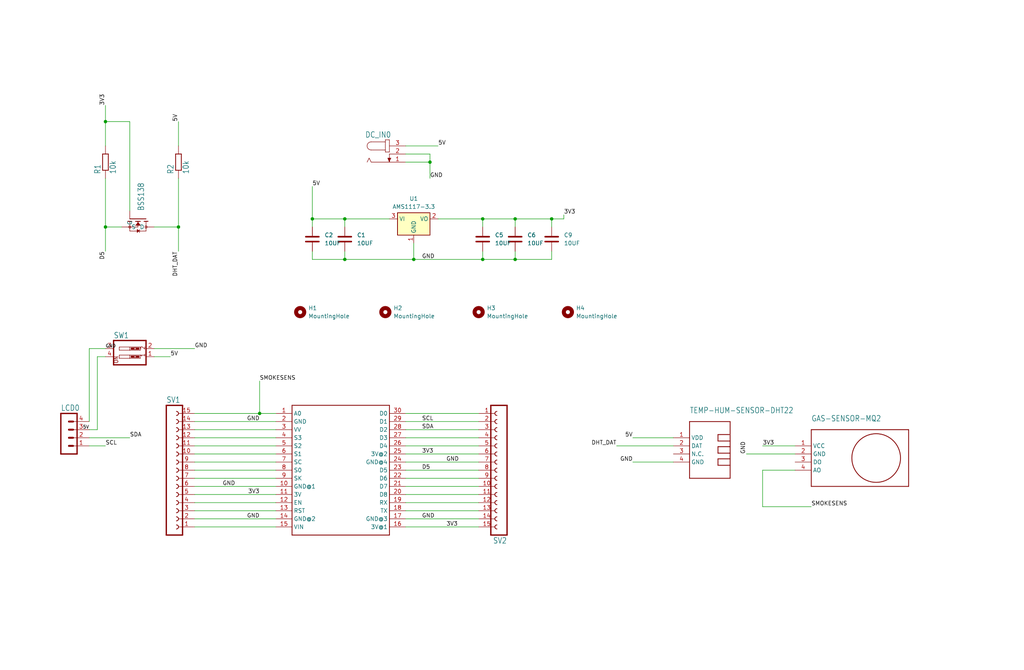
<source format=kicad_sch>
(kicad_sch
	(version 20231120)
	(generator "eeschema")
	(generator_version "8.0")
	(uuid "8673b122-bcd0-45af-b07b-4e07ced279aa")
	(paper "User" 320.599 210.007)
	(lib_symbols
		(symbol "Device:C"
			(pin_numbers hide)
			(pin_names
				(offset 0.254)
			)
			(exclude_from_sim no)
			(in_bom yes)
			(on_board yes)
			(property "Reference" "C"
				(at 0.635 2.54 0)
				(effects
					(font
						(size 1.27 1.27)
					)
					(justify left)
				)
			)
			(property "Value" "C"
				(at 0.635 -2.54 0)
				(effects
					(font
						(size 1.27 1.27)
					)
					(justify left)
				)
			)
			(property "Footprint" ""
				(at 0.9652 -3.81 0)
				(effects
					(font
						(size 1.27 1.27)
					)
					(hide yes)
				)
			)
			(property "Datasheet" "~"
				(at 0 0 0)
				(effects
					(font
						(size 1.27 1.27)
					)
					(hide yes)
				)
			)
			(property "Description" "Unpolarized capacitor"
				(at 0 0 0)
				(effects
					(font
						(size 1.27 1.27)
					)
					(hide yes)
				)
			)
			(property "ki_keywords" "cap capacitor"
				(at 0 0 0)
				(effects
					(font
						(size 1.27 1.27)
					)
					(hide yes)
				)
			)
			(property "ki_fp_filters" "C_*"
				(at 0 0 0)
				(effects
					(font
						(size 1.27 1.27)
					)
					(hide yes)
				)
			)
			(symbol "C_0_1"
				(polyline
					(pts
						(xy -2.032 -0.762) (xy 2.032 -0.762)
					)
					(stroke
						(width 0.508)
						(type default)
					)
					(fill
						(type none)
					)
				)
				(polyline
					(pts
						(xy -2.032 0.762) (xy 2.032 0.762)
					)
					(stroke
						(width 0.508)
						(type default)
					)
					(fill
						(type none)
					)
				)
			)
			(symbol "C_1_1"
				(pin passive line
					(at 0 3.81 270)
					(length 2.794)
					(name "~"
						(effects
							(font
								(size 1.27 1.27)
							)
						)
					)
					(number "1"
						(effects
							(font
								(size 1.27 1.27)
							)
						)
					)
				)
				(pin passive line
					(at 0 -3.81 90)
					(length 2.794)
					(name "~"
						(effects
							(font
								(size 1.27 1.27)
							)
						)
					)
					(number "2"
						(effects
							(font
								(size 1.27 1.27)
							)
						)
					)
				)
			)
		)
		(symbol "Mechanical:MountingHole"
			(pin_names
				(offset 1.016)
			)
			(exclude_from_sim no)
			(in_bom yes)
			(on_board yes)
			(property "Reference" "H"
				(at 0 5.08 0)
				(effects
					(font
						(size 1.27 1.27)
					)
				)
			)
			(property "Value" "MountingHole"
				(at 0 3.175 0)
				(effects
					(font
						(size 1.27 1.27)
					)
				)
			)
			(property "Footprint" ""
				(at 0 0 0)
				(effects
					(font
						(size 1.27 1.27)
					)
					(hide yes)
				)
			)
			(property "Datasheet" "~"
				(at 0 0 0)
				(effects
					(font
						(size 1.27 1.27)
					)
					(hide yes)
				)
			)
			(property "Description" "Mounting Hole without connection"
				(at 0 0 0)
				(effects
					(font
						(size 1.27 1.27)
					)
					(hide yes)
				)
			)
			(property "ki_keywords" "mounting hole"
				(at 0 0 0)
				(effects
					(font
						(size 1.27 1.27)
					)
					(hide yes)
				)
			)
			(property "ki_fp_filters" "MountingHole*"
				(at 0 0 0)
				(effects
					(font
						(size 1.27 1.27)
					)
					(hide yes)
				)
			)
			(symbol "MountingHole_0_1"
				(circle
					(center 0 0)
					(radius 1.27)
					(stroke
						(width 1.27)
						(type default)
					)
					(fill
						(type none)
					)
				)
			)
		)
		(symbol "Regulator_Linear:AMS1117-3.3"
			(exclude_from_sim no)
			(in_bom yes)
			(on_board yes)
			(property "Reference" "U"
				(at -3.81 3.175 0)
				(effects
					(font
						(size 1.27 1.27)
					)
				)
			)
			(property "Value" "AMS1117-3.3"
				(at 0 3.175 0)
				(effects
					(font
						(size 1.27 1.27)
					)
					(justify left)
				)
			)
			(property "Footprint" "Package_TO_SOT_SMD:SOT-223-3_TabPin2"
				(at 0 5.08 0)
				(effects
					(font
						(size 1.27 1.27)
					)
					(hide yes)
				)
			)
			(property "Datasheet" "http://www.advanced-monolithic.com/pdf/ds1117.pdf"
				(at 2.54 -6.35 0)
				(effects
					(font
						(size 1.27 1.27)
					)
					(hide yes)
				)
			)
			(property "Description" "1A Low Dropout regulator, positive, 3.3V fixed output, SOT-223"
				(at 0 0 0)
				(effects
					(font
						(size 1.27 1.27)
					)
					(hide yes)
				)
			)
			(property "ki_keywords" "linear regulator ldo fixed positive"
				(at 0 0 0)
				(effects
					(font
						(size 1.27 1.27)
					)
					(hide yes)
				)
			)
			(property "ki_fp_filters" "SOT?223*TabPin2*"
				(at 0 0 0)
				(effects
					(font
						(size 1.27 1.27)
					)
					(hide yes)
				)
			)
			(symbol "AMS1117-3.3_0_1"
				(rectangle
					(start -5.08 -5.08)
					(end 5.08 1.905)
					(stroke
						(width 0.254)
						(type default)
					)
					(fill
						(type background)
					)
				)
			)
			(symbol "AMS1117-3.3_1_1"
				(pin power_in line
					(at 0 -7.62 90)
					(length 2.54)
					(name "GND"
						(effects
							(font
								(size 1.27 1.27)
							)
						)
					)
					(number "1"
						(effects
							(font
								(size 1.27 1.27)
							)
						)
					)
				)
				(pin power_out line
					(at 7.62 0 180)
					(length 2.54)
					(name "VO"
						(effects
							(font
								(size 1.27 1.27)
							)
						)
					)
					(number "2"
						(effects
							(font
								(size 1.27 1.27)
							)
						)
					)
				)
				(pin power_in line
					(at -7.62 0 0)
					(length 2.54)
					(name "VI"
						(effects
							(font
								(size 1.27 1.27)
							)
						)
					)
					(number "3"
						(effects
							(font
								(size 1.27 1.27)
							)
						)
					)
				)
			)
		)
		(symbol "SHTS Rev 2-eagle-import:BSS138"
			(exclude_from_sim no)
			(in_bom yes)
			(on_board yes)
			(property "Reference" ""
				(at -11.43 2.54 0)
				(effects
					(font
						(size 1.778 1.5113)
					)
					(justify left bottom)
					(hide yes)
				)
			)
			(property "Value" ""
				(at -11.43 0 0)
				(effects
					(font
						(size 1.778 1.5113)
					)
					(justify left bottom)
				)
			)
			(property "Footprint" "SHTS Rev 2:BSS138"
				(at 0 0 0)
				(effects
					(font
						(size 1.27 1.27)
					)
					(hide yes)
				)
			)
			(property "Datasheet" ""
				(at 0 0 0)
				(effects
					(font
						(size 1.27 1.27)
					)
					(hide yes)
				)
			)
			(property "Description" ""
				(at 0 0 0)
				(effects
					(font
						(size 1.27 1.27)
					)
					(hide yes)
				)
			)
			(property "ki_locked" ""
				(at 0 0 0)
				(effects
					(font
						(size 1.27 1.27)
					)
				)
			)
			(symbol "BSS138_1_0"
				(polyline
					(pts
						(xy 0 2.54) (xy 0 -2.54)
					)
					(stroke
						(width 0.254)
						(type solid)
					)
					(fill
						(type none)
					)
				)
				(polyline
					(pts
						(xy 0.762 -2.54) (xy 0.762 -3.175)
					)
					(stroke
						(width 0.254)
						(type solid)
					)
					(fill
						(type none)
					)
				)
				(polyline
					(pts
						(xy 0.762 -1.905) (xy 0.762 -2.54)
					)
					(stroke
						(width 0.254)
						(type solid)
					)
					(fill
						(type none)
					)
				)
				(polyline
					(pts
						(xy 0.762 0) (xy 0.762 -0.762)
					)
					(stroke
						(width 0.254)
						(type solid)
					)
					(fill
						(type none)
					)
				)
				(polyline
					(pts
						(xy 0.762 0) (xy 2.54 0)
					)
					(stroke
						(width 0.1524)
						(type solid)
					)
					(fill
						(type none)
					)
				)
				(polyline
					(pts
						(xy 0.762 0.762) (xy 0.762 0)
					)
					(stroke
						(width 0.254)
						(type solid)
					)
					(fill
						(type none)
					)
				)
				(polyline
					(pts
						(xy 0.762 2.54) (xy 0.762 1.905)
					)
					(stroke
						(width 0.254)
						(type solid)
					)
					(fill
						(type none)
					)
				)
				(polyline
					(pts
						(xy 0.762 2.54) (xy 3.81 2.54)
					)
					(stroke
						(width 0.1524)
						(type solid)
					)
					(fill
						(type none)
					)
				)
				(polyline
					(pts
						(xy 0.762 3.175) (xy 0.762 2.54)
					)
					(stroke
						(width 0.254)
						(type solid)
					)
					(fill
						(type none)
					)
				)
				(polyline
					(pts
						(xy 2.54 -2.54) (xy 0.762 -2.54)
					)
					(stroke
						(width 0.1524)
						(type solid)
					)
					(fill
						(type none)
					)
				)
				(polyline
					(pts
						(xy 2.54 -2.54) (xy 3.81 -2.54)
					)
					(stroke
						(width 0.1524)
						(type solid)
					)
					(fill
						(type none)
					)
				)
				(polyline
					(pts
						(xy 2.54 0) (xy 2.54 -2.54)
					)
					(stroke
						(width 0.1524)
						(type solid)
					)
					(fill
						(type none)
					)
				)
				(polyline
					(pts
						(xy 3.81 0.508) (xy 3.302 0.508)
					)
					(stroke
						(width 0.1524)
						(type solid)
					)
					(fill
						(type none)
					)
				)
				(polyline
					(pts
						(xy 3.81 0.508) (xy 3.81 -2.54)
					)
					(stroke
						(width 0.1524)
						(type solid)
					)
					(fill
						(type none)
					)
				)
				(polyline
					(pts
						(xy 3.81 2.54) (xy 3.81 0.508)
					)
					(stroke
						(width 0.1524)
						(type solid)
					)
					(fill
						(type none)
					)
				)
				(polyline
					(pts
						(xy 4.318 0.508) (xy 3.81 0.508)
					)
					(stroke
						(width 0.1524)
						(type solid)
					)
					(fill
						(type none)
					)
				)
				(polyline
					(pts
						(xy 1.016 0) (xy 2.032 0.762) (xy 2.032 -0.762)
					)
					(stroke
						(width 0.1524)
						(type solid)
					)
					(fill
						(type outline)
					)
				)
				(polyline
					(pts
						(xy 3.81 0.508) (xy 3.302 -0.254) (xy 4.318 -0.254)
					)
					(stroke
						(width 0.1524)
						(type solid)
					)
					(fill
						(type outline)
					)
				)
				(circle
					(center 2.54 -2.54)
					(radius 0.3592)
					(stroke
						(width 0)
						(type solid)
					)
					(fill
						(type none)
					)
				)
				(circle
					(center 2.54 2.54)
					(radius 0.3592)
					(stroke
						(width 0)
						(type solid)
					)
					(fill
						(type none)
					)
				)
				(pin passive line
					(at 2.54 5.08 270)
					(length 2.54)
					(name "D"
						(effects
							(font
								(size 1.27 1.27)
							)
						)
					)
					(number "D"
						(effects
							(font
								(size 0 0)
							)
						)
					)
				)
				(pin passive line
					(at -2.54 -2.54 0)
					(length 2.54)
					(name "G"
						(effects
							(font
								(size 1.27 1.27)
							)
						)
					)
					(number "G"
						(effects
							(font
								(size 0 0)
							)
						)
					)
				)
				(pin passive line
					(at 2.54 -5.08 90)
					(length 2.54)
					(name "S"
						(effects
							(font
								(size 1.27 1.27)
							)
						)
					)
					(number "S"
						(effects
							(font
								(size 0 0)
							)
						)
					)
				)
			)
		)
		(symbol "SHTS Rev 2-eagle-import:FE15-1"
			(exclude_from_sim no)
			(in_bom yes)
			(on_board yes)
			(property "Reference" "SV"
				(at -1.27 21.082 0)
				(effects
					(font
						(size 1.778 1.5113)
					)
					(justify left bottom)
				)
			)
			(property "Value" ""
				(at -1.27 -22.86 0)
				(effects
					(font
						(size 1.778 1.5113)
					)
					(justify left bottom)
				)
			)
			(property "Footprint" "SHTS Rev 2:FE15"
				(at 0 0 0)
				(effects
					(font
						(size 1.27 1.27)
					)
					(hide yes)
				)
			)
			(property "Datasheet" ""
				(at 0 0 0)
				(effects
					(font
						(size 1.27 1.27)
					)
					(hide yes)
				)
			)
			(property "Description" ""
				(at 0 0 0)
				(effects
					(font
						(size 1.27 1.27)
					)
					(hide yes)
				)
			)
			(property "ki_locked" ""
				(at 0 0 0)
				(effects
					(font
						(size 1.27 1.27)
					)
				)
			)
			(symbol "FE15-1_1_0"
				(polyline
					(pts
						(xy -1.27 20.32) (xy -1.27 -20.32)
					)
					(stroke
						(width 0.4064)
						(type solid)
					)
					(fill
						(type none)
					)
				)
				(polyline
					(pts
						(xy -1.27 20.32) (xy 3.81 20.32)
					)
					(stroke
						(width 0.4064)
						(type solid)
					)
					(fill
						(type none)
					)
				)
				(polyline
					(pts
						(xy 3.81 -20.32) (xy -1.27 -20.32)
					)
					(stroke
						(width 0.4064)
						(type solid)
					)
					(fill
						(type none)
					)
				)
				(polyline
					(pts
						(xy 3.81 -20.32) (xy 3.81 20.32)
					)
					(stroke
						(width 0.4064)
						(type solid)
					)
					(fill
						(type none)
					)
				)
				(arc
					(start 1.905 -18.415)
					(mid 2.5373 -17.78)
					(end 1.905 -17.145)
					(stroke
						(width 0.254)
						(type solid)
					)
					(fill
						(type none)
					)
				)
				(arc
					(start 1.905 -15.875)
					(mid 2.5373 -15.24)
					(end 1.905 -14.605)
					(stroke
						(width 0.254)
						(type solid)
					)
					(fill
						(type none)
					)
				)
				(arc
					(start 1.905 -13.335)
					(mid 2.5373 -12.7)
					(end 1.905 -12.065)
					(stroke
						(width 0.254)
						(type solid)
					)
					(fill
						(type none)
					)
				)
				(arc
					(start 1.905 -10.795)
					(mid 2.5373 -10.16)
					(end 1.905 -9.525)
					(stroke
						(width 0.254)
						(type solid)
					)
					(fill
						(type none)
					)
				)
				(arc
					(start 1.905 -8.255)
					(mid 2.5373 -7.62)
					(end 1.905 -6.985)
					(stroke
						(width 0.254)
						(type solid)
					)
					(fill
						(type none)
					)
				)
				(arc
					(start 1.905 -5.715)
					(mid 2.5373 -5.08)
					(end 1.905 -4.445)
					(stroke
						(width 0.254)
						(type solid)
					)
					(fill
						(type none)
					)
				)
				(arc
					(start 1.905 -3.175)
					(mid 2.5373 -2.54)
					(end 1.905 -1.905)
					(stroke
						(width 0.254)
						(type solid)
					)
					(fill
						(type none)
					)
				)
				(arc
					(start 1.905 -0.635)
					(mid 2.5373 0)
					(end 1.905 0.635)
					(stroke
						(width 0.254)
						(type solid)
					)
					(fill
						(type none)
					)
				)
				(arc
					(start 1.905 1.905)
					(mid 2.5373 2.54)
					(end 1.905 3.175)
					(stroke
						(width 0.254)
						(type solid)
					)
					(fill
						(type none)
					)
				)
				(arc
					(start 1.905 4.445)
					(mid 2.5373 5.08)
					(end 1.905 5.715)
					(stroke
						(width 0.254)
						(type solid)
					)
					(fill
						(type none)
					)
				)
				(arc
					(start 1.905 6.985)
					(mid 2.5373 7.62)
					(end 1.905 8.255)
					(stroke
						(width 0.254)
						(type solid)
					)
					(fill
						(type none)
					)
				)
				(arc
					(start 1.905 9.525)
					(mid 2.5373 10.16)
					(end 1.905 10.795)
					(stroke
						(width 0.254)
						(type solid)
					)
					(fill
						(type none)
					)
				)
				(arc
					(start 1.905 12.065)
					(mid 2.5373 12.7)
					(end 1.905 13.335)
					(stroke
						(width 0.254)
						(type solid)
					)
					(fill
						(type none)
					)
				)
				(arc
					(start 1.905 14.605)
					(mid 2.5373 15.24)
					(end 1.905 15.875)
					(stroke
						(width 0.254)
						(type solid)
					)
					(fill
						(type none)
					)
				)
				(arc
					(start 1.905 17.145)
					(mid 2.5373 17.78)
					(end 1.905 18.415)
					(stroke
						(width 0.254)
						(type solid)
					)
					(fill
						(type none)
					)
				)
				(pin passive line
					(at 7.62 -17.78 180)
					(length 5.08)
					(name "1"
						(effects
							(font
								(size 0 0)
							)
						)
					)
					(number "1"
						(effects
							(font
								(size 1.27 1.27)
							)
						)
					)
				)
				(pin passive line
					(at 7.62 5.08 180)
					(length 5.08)
					(name "10"
						(effects
							(font
								(size 0 0)
							)
						)
					)
					(number "10"
						(effects
							(font
								(size 1.27 1.27)
							)
						)
					)
				)
				(pin passive line
					(at 7.62 7.62 180)
					(length 5.08)
					(name "11"
						(effects
							(font
								(size 0 0)
							)
						)
					)
					(number "11"
						(effects
							(font
								(size 1.27 1.27)
							)
						)
					)
				)
				(pin passive line
					(at 7.62 10.16 180)
					(length 5.08)
					(name "12"
						(effects
							(font
								(size 0 0)
							)
						)
					)
					(number "12"
						(effects
							(font
								(size 1.27 1.27)
							)
						)
					)
				)
				(pin passive line
					(at 7.62 12.7 180)
					(length 5.08)
					(name "13"
						(effects
							(font
								(size 0 0)
							)
						)
					)
					(number "13"
						(effects
							(font
								(size 1.27 1.27)
							)
						)
					)
				)
				(pin passive line
					(at 7.62 15.24 180)
					(length 5.08)
					(name "14"
						(effects
							(font
								(size 0 0)
							)
						)
					)
					(number "14"
						(effects
							(font
								(size 1.27 1.27)
							)
						)
					)
				)
				(pin passive line
					(at 7.62 17.78 180)
					(length 5.08)
					(name "15"
						(effects
							(font
								(size 0 0)
							)
						)
					)
					(number "15"
						(effects
							(font
								(size 1.27 1.27)
							)
						)
					)
				)
				(pin passive line
					(at 7.62 -15.24 180)
					(length 5.08)
					(name "2"
						(effects
							(font
								(size 0 0)
							)
						)
					)
					(number "2"
						(effects
							(font
								(size 1.27 1.27)
							)
						)
					)
				)
				(pin passive line
					(at 7.62 -12.7 180)
					(length 5.08)
					(name "3"
						(effects
							(font
								(size 0 0)
							)
						)
					)
					(number "3"
						(effects
							(font
								(size 1.27 1.27)
							)
						)
					)
				)
				(pin passive line
					(at 7.62 -10.16 180)
					(length 5.08)
					(name "4"
						(effects
							(font
								(size 0 0)
							)
						)
					)
					(number "4"
						(effects
							(font
								(size 1.27 1.27)
							)
						)
					)
				)
				(pin passive line
					(at 7.62 -7.62 180)
					(length 5.08)
					(name "5"
						(effects
							(font
								(size 0 0)
							)
						)
					)
					(number "5"
						(effects
							(font
								(size 1.27 1.27)
							)
						)
					)
				)
				(pin passive line
					(at 7.62 -5.08 180)
					(length 5.08)
					(name "6"
						(effects
							(font
								(size 0 0)
							)
						)
					)
					(number "6"
						(effects
							(font
								(size 1.27 1.27)
							)
						)
					)
				)
				(pin passive line
					(at 7.62 -2.54 180)
					(length 5.08)
					(name "7"
						(effects
							(font
								(size 0 0)
							)
						)
					)
					(number "7"
						(effects
							(font
								(size 1.27 1.27)
							)
						)
					)
				)
				(pin passive line
					(at 7.62 0 180)
					(length 5.08)
					(name "8"
						(effects
							(font
								(size 0 0)
							)
						)
					)
					(number "8"
						(effects
							(font
								(size 1.27 1.27)
							)
						)
					)
				)
				(pin passive line
					(at 7.62 2.54 180)
					(length 5.08)
					(name "9"
						(effects
							(font
								(size 0 0)
							)
						)
					)
					(number "9"
						(effects
							(font
								(size 1.27 1.27)
							)
						)
					)
				)
			)
		)
		(symbol "SHTS Rev 2-eagle-import:GAS-SENSOR-MQ2"
			(exclude_from_sim no)
			(in_bom yes)
			(on_board yes)
			(property "Reference" ""
				(at -15.24 12.7 0)
				(effects
					(font
						(size 1.778 1.5113)
					)
					(justify left bottom)
					(hide yes)
				)
			)
			(property "Value" ""
				(at -15.24 10.16 0)
				(effects
					(font
						(size 1.778 1.5113)
					)
					(justify left bottom)
				)
			)
			(property "Footprint" "SHTS Rev 2:GAS-SENSOR-MQ2"
				(at 0 0 0)
				(effects
					(font
						(size 1.27 1.27)
					)
					(hide yes)
				)
			)
			(property "Datasheet" ""
				(at 0 0 0)
				(effects
					(font
						(size 1.27 1.27)
					)
					(hide yes)
				)
			)
			(property "Description" ""
				(at 0 0 0)
				(effects
					(font
						(size 1.27 1.27)
					)
					(hide yes)
				)
			)
			(property "ki_locked" ""
				(at 0 0 0)
				(effects
					(font
						(size 1.27 1.27)
					)
				)
			)
			(symbol "GAS-SENSOR-MQ2_1_0"
				(polyline
					(pts
						(xy -15.24 -10.16) (xy 15.24 -10.16)
					)
					(stroke
						(width 0.254)
						(type solid)
					)
					(fill
						(type none)
					)
				)
				(polyline
					(pts
						(xy -15.24 7.62) (xy -15.24 -10.16)
					)
					(stroke
						(width 0.254)
						(type solid)
					)
					(fill
						(type none)
					)
				)
				(polyline
					(pts
						(xy 15.24 -10.16) (xy 15.24 7.62)
					)
					(stroke
						(width 0.254)
						(type solid)
					)
					(fill
						(type none)
					)
				)
				(polyline
					(pts
						(xy 15.24 7.62) (xy -15.24 7.62)
					)
					(stroke
						(width 0.254)
						(type solid)
					)
					(fill
						(type none)
					)
				)
				(circle
					(center 5.08 -1.27)
					(radius 7.62)
					(stroke
						(width 0.254)
						(type solid)
					)
					(fill
						(type none)
					)
				)
				(pin power_in line
					(at -20.32 2.54 0)
					(length 5.08)
					(name "VCC"
						(effects
							(font
								(size 1.27 1.27)
							)
						)
					)
					(number "1"
						(effects
							(font
								(size 1.27 1.27)
							)
						)
					)
				)
				(pin power_in line
					(at -20.32 0 0)
					(length 5.08)
					(name "GND"
						(effects
							(font
								(size 1.27 1.27)
							)
						)
					)
					(number "2"
						(effects
							(font
								(size 1.27 1.27)
							)
						)
					)
				)
				(pin output line
					(at -20.32 -2.54 0)
					(length 5.08)
					(name "DO"
						(effects
							(font
								(size 1.27 1.27)
							)
						)
					)
					(number "3"
						(effects
							(font
								(size 1.27 1.27)
							)
						)
					)
				)
				(pin output line
					(at -20.32 -5.08 0)
					(length 5.08)
					(name "AO"
						(effects
							(font
								(size 1.27 1.27)
							)
						)
					)
					(number "4"
						(effects
							(font
								(size 1.27 1.27)
							)
						)
					)
				)
			)
		)
		(symbol "SHTS Rev 2-eagle-import:JACK-PLUG0"
			(exclude_from_sim no)
			(in_bom yes)
			(on_board yes)
			(property "Reference" "J"
				(at -7.62 5.08 0)
				(effects
					(font
						(size 1.778 1.5113)
					)
					(justify left bottom)
				)
			)
			(property "Value" ""
				(at -7.62 -5.08 0)
				(effects
					(font
						(size 1.778 1.5113)
					)
					(justify left bottom)
				)
			)
			(property "Footprint" "SHTS Rev 2:SPC4077"
				(at 0 0 0)
				(effects
					(font
						(size 1.27 1.27)
					)
					(hide yes)
				)
			)
			(property "Datasheet" ""
				(at 0 0 0)
				(effects
					(font
						(size 1.27 1.27)
					)
					(hide yes)
				)
			)
			(property "Description" ""
				(at 0 0 0)
				(effects
					(font
						(size 1.27 1.27)
					)
					(hide yes)
				)
			)
			(property "ki_locked" ""
				(at 0 0 0)
				(effects
					(font
						(size 1.27 1.27)
					)
				)
			)
			(symbol "JACK-PLUG0_1_0"
				(arc
					(start -5.715 3.81)
					(mid -6.9795 2.54)
					(end -5.715 1.27)
					(stroke
						(width 0.1524)
						(type solid)
					)
					(fill
						(type none)
					)
				)
				(polyline
					(pts
						(xy -6.35 -1.27) (xy -6.985 -2.54)
					)
					(stroke
						(width 0.1524)
						(type solid)
					)
					(fill
						(type none)
					)
				)
				(polyline
					(pts
						(xy -5.715 -2.54) (xy -6.35 -1.27)
					)
					(stroke
						(width 0.1524)
						(type solid)
					)
					(fill
						(type none)
					)
				)
				(polyline
					(pts
						(xy -5.715 3.81) (xy -1.27 3.81)
					)
					(stroke
						(width 0.1524)
						(type solid)
					)
					(fill
						(type none)
					)
				)
				(polyline
					(pts
						(xy -1.27 0.635) (xy 0 0.635)
					)
					(stroke
						(width 0.1524)
						(type solid)
					)
					(fill
						(type none)
					)
				)
				(polyline
					(pts
						(xy -1.27 1.27) (xy -5.715 1.27)
					)
					(stroke
						(width 0.1524)
						(type solid)
					)
					(fill
						(type none)
					)
				)
				(polyline
					(pts
						(xy -1.27 1.27) (xy -1.27 0.635)
					)
					(stroke
						(width 0.1524)
						(type solid)
					)
					(fill
						(type none)
					)
				)
				(polyline
					(pts
						(xy -1.27 3.81) (xy -1.27 1.27)
					)
					(stroke
						(width 0.1524)
						(type solid)
					)
					(fill
						(type none)
					)
				)
				(polyline
					(pts
						(xy -1.27 4.445) (xy -1.27 3.81)
					)
					(stroke
						(width 0.1524)
						(type solid)
					)
					(fill
						(type none)
					)
				)
				(polyline
					(pts
						(xy 0 -2.54) (xy -5.715 -2.54)
					)
					(stroke
						(width 0.1524)
						(type solid)
					)
					(fill
						(type none)
					)
				)
				(polyline
					(pts
						(xy 0 0) (xy 0 -2.54)
					)
					(stroke
						(width 0.1524)
						(type solid)
					)
					(fill
						(type none)
					)
				)
				(polyline
					(pts
						(xy 0 0.635) (xy 0 4.445)
					)
					(stroke
						(width 0.1524)
						(type solid)
					)
					(fill
						(type none)
					)
				)
				(polyline
					(pts
						(xy 0 4.445) (xy -1.27 4.445)
					)
					(stroke
						(width 0.1524)
						(type solid)
					)
					(fill
						(type none)
					)
				)
				(polyline
					(pts
						(xy 0 -2.54) (xy -0.508 -1.27) (xy 0.508 -1.27)
					)
					(stroke
						(width 0.1524)
						(type solid)
					)
					(fill
						(type outline)
					)
				)
				(pin passive line
					(at 5.08 -2.54 180)
					(length 5.08)
					(name "1"
						(effects
							(font
								(size 0 0)
							)
						)
					)
					(number "1"
						(effects
							(font
								(size 1.27 1.27)
							)
						)
					)
				)
				(pin passive line
					(at 5.08 0 180)
					(length 5.08)
					(name "2"
						(effects
							(font
								(size 0 0)
							)
						)
					)
					(number "2"
						(effects
							(font
								(size 1.27 1.27)
							)
						)
					)
				)
				(pin passive line
					(at 5.08 2.54 180)
					(length 5.08)
					(name "3"
						(effects
							(font
								(size 0 0)
							)
						)
					)
					(number "3"
						(effects
							(font
								(size 1.27 1.27)
							)
						)
					)
				)
			)
		)
		(symbol "SHTS Rev 2-eagle-import:MA04-1"
			(exclude_from_sim no)
			(in_bom yes)
			(on_board yes)
			(property "Reference" "SV"
				(at -1.27 5.842 0)
				(effects
					(font
						(size 1.778 1.5113)
					)
					(justify left bottom)
				)
			)
			(property "Value" ""
				(at -1.27 -10.16 0)
				(effects
					(font
						(size 1.778 1.5113)
					)
					(justify left bottom)
				)
			)
			(property "Footprint" "SHTS Rev 2:MA04-1"
				(at 0 0 0)
				(effects
					(font
						(size 1.27 1.27)
					)
					(hide yes)
				)
			)
			(property "Datasheet" ""
				(at 0 0 0)
				(effects
					(font
						(size 1.27 1.27)
					)
					(hide yes)
				)
			)
			(property "Description" ""
				(at 0 0 0)
				(effects
					(font
						(size 1.27 1.27)
					)
					(hide yes)
				)
			)
			(property "ki_locked" ""
				(at 0 0 0)
				(effects
					(font
						(size 1.27 1.27)
					)
				)
			)
			(symbol "MA04-1_1_0"
				(polyline
					(pts
						(xy -1.27 5.08) (xy -1.27 -7.62)
					)
					(stroke
						(width 0.4064)
						(type solid)
					)
					(fill
						(type none)
					)
				)
				(polyline
					(pts
						(xy -1.27 5.08) (xy 3.81 5.08)
					)
					(stroke
						(width 0.4064)
						(type solid)
					)
					(fill
						(type none)
					)
				)
				(polyline
					(pts
						(xy 1.27 -5.08) (xy 2.54 -5.08)
					)
					(stroke
						(width 0.6096)
						(type solid)
					)
					(fill
						(type none)
					)
				)
				(polyline
					(pts
						(xy 1.27 -2.54) (xy 2.54 -2.54)
					)
					(stroke
						(width 0.6096)
						(type solid)
					)
					(fill
						(type none)
					)
				)
				(polyline
					(pts
						(xy 1.27 0) (xy 2.54 0)
					)
					(stroke
						(width 0.6096)
						(type solid)
					)
					(fill
						(type none)
					)
				)
				(polyline
					(pts
						(xy 1.27 2.54) (xy 2.54 2.54)
					)
					(stroke
						(width 0.6096)
						(type solid)
					)
					(fill
						(type none)
					)
				)
				(polyline
					(pts
						(xy 3.81 -7.62) (xy -1.27 -7.62)
					)
					(stroke
						(width 0.4064)
						(type solid)
					)
					(fill
						(type none)
					)
				)
				(polyline
					(pts
						(xy 3.81 -7.62) (xy 3.81 5.08)
					)
					(stroke
						(width 0.4064)
						(type solid)
					)
					(fill
						(type none)
					)
				)
				(pin passive line
					(at 7.62 -5.08 180)
					(length 5.08)
					(name "1"
						(effects
							(font
								(size 0 0)
							)
						)
					)
					(number "1"
						(effects
							(font
								(size 1.27 1.27)
							)
						)
					)
				)
				(pin passive line
					(at 7.62 -2.54 180)
					(length 5.08)
					(name "2"
						(effects
							(font
								(size 0 0)
							)
						)
					)
					(number "2"
						(effects
							(font
								(size 1.27 1.27)
							)
						)
					)
				)
				(pin passive line
					(at 7.62 0 180)
					(length 5.08)
					(name "3"
						(effects
							(font
								(size 0 0)
							)
						)
					)
					(number "3"
						(effects
							(font
								(size 1.27 1.27)
							)
						)
					)
				)
				(pin passive line
					(at 7.62 2.54 180)
					(length 5.08)
					(name "4"
						(effects
							(font
								(size 0 0)
							)
						)
					)
					(number "4"
						(effects
							(font
								(size 1.27 1.27)
							)
						)
					)
				)
			)
		)
		(symbol "SHTS Rev 2-eagle-import:NODEMCU"
			(exclude_from_sim no)
			(in_bom yes)
			(on_board yes)
			(property "Reference" ""
				(at 0 0 0)
				(effects
					(font
						(size 1.27 1.27)
					)
					(hide yes)
				)
			)
			(property "Value" ""
				(at 0 0 0)
				(effects
					(font
						(size 1.27 1.27)
					)
					(hide yes)
				)
			)
			(property "Footprint" "SHTS Rev 2:NODEMCU"
				(at 0 0 0)
				(effects
					(font
						(size 1.27 1.27)
					)
					(hide yes)
				)
			)
			(property "Datasheet" ""
				(at 0 0 0)
				(effects
					(font
						(size 1.27 1.27)
					)
					(hide yes)
				)
			)
			(property "Description" ""
				(at 0 0 0)
				(effects
					(font
						(size 1.27 1.27)
					)
					(hide yes)
				)
			)
			(property "ki_locked" ""
				(at 0 0 0)
				(effects
					(font
						(size 1.27 1.27)
					)
				)
			)
			(symbol "NODEMCU_1_0"
				(polyline
					(pts
						(xy -15.24 -20.32) (xy -15.24 20.32)
					)
					(stroke
						(width 0.254)
						(type solid)
					)
					(fill
						(type none)
					)
				)
				(polyline
					(pts
						(xy -15.24 20.32) (xy 15.24 20.32)
					)
					(stroke
						(width 0.254)
						(type solid)
					)
					(fill
						(type none)
					)
				)
				(polyline
					(pts
						(xy 15.24 -20.32) (xy -15.24 -20.32)
					)
					(stroke
						(width 0.254)
						(type solid)
					)
					(fill
						(type none)
					)
				)
				(polyline
					(pts
						(xy 15.24 20.32) (xy 15.24 -20.32)
					)
					(stroke
						(width 0.254)
						(type solid)
					)
					(fill
						(type none)
					)
				)
				(pin bidirectional line
					(at -20.32 17.78 0)
					(length 5.08)
					(name "A0"
						(effects
							(font
								(size 1.27 1.27)
							)
						)
					)
					(number "1"
						(effects
							(font
								(size 1.27 1.27)
							)
						)
					)
				)
				(pin power_in line
					(at -20.32 -5.08 0)
					(length 5.08)
					(name "GND@1"
						(effects
							(font
								(size 1.27 1.27)
							)
						)
					)
					(number "10"
						(effects
							(font
								(size 1.27 1.27)
							)
						)
					)
				)
				(pin power_in line
					(at -20.32 -7.62 0)
					(length 5.08)
					(name "3V"
						(effects
							(font
								(size 1.27 1.27)
							)
						)
					)
					(number "11"
						(effects
							(font
								(size 1.27 1.27)
							)
						)
					)
				)
				(pin bidirectional line
					(at -20.32 -10.16 0)
					(length 5.08)
					(name "EN"
						(effects
							(font
								(size 1.27 1.27)
							)
						)
					)
					(number "12"
						(effects
							(font
								(size 1.27 1.27)
							)
						)
					)
				)
				(pin bidirectional line
					(at -20.32 -12.7 0)
					(length 5.08)
					(name "RST"
						(effects
							(font
								(size 1.27 1.27)
							)
						)
					)
					(number "13"
						(effects
							(font
								(size 1.27 1.27)
							)
						)
					)
				)
				(pin power_in line
					(at -20.32 -15.24 0)
					(length 5.08)
					(name "GND@2"
						(effects
							(font
								(size 1.27 1.27)
							)
						)
					)
					(number "14"
						(effects
							(font
								(size 1.27 1.27)
							)
						)
					)
				)
				(pin bidirectional line
					(at -20.32 -17.78 0)
					(length 5.08)
					(name "VIN"
						(effects
							(font
								(size 1.27 1.27)
							)
						)
					)
					(number "15"
						(effects
							(font
								(size 1.27 1.27)
							)
						)
					)
				)
				(pin power_in line
					(at 20.32 -17.78 180)
					(length 5.08)
					(name "3V@1"
						(effects
							(font
								(size 1.27 1.27)
							)
						)
					)
					(number "16"
						(effects
							(font
								(size 1.27 1.27)
							)
						)
					)
				)
				(pin power_in line
					(at 20.32 -15.24 180)
					(length 5.08)
					(name "GND@3"
						(effects
							(font
								(size 1.27 1.27)
							)
						)
					)
					(number "17"
						(effects
							(font
								(size 1.27 1.27)
							)
						)
					)
				)
				(pin bidirectional line
					(at 20.32 -12.7 180)
					(length 5.08)
					(name "TX"
						(effects
							(font
								(size 1.27 1.27)
							)
						)
					)
					(number "18"
						(effects
							(font
								(size 1.27 1.27)
							)
						)
					)
				)
				(pin bidirectional line
					(at 20.32 -10.16 180)
					(length 5.08)
					(name "RX"
						(effects
							(font
								(size 1.27 1.27)
							)
						)
					)
					(number "19"
						(effects
							(font
								(size 1.27 1.27)
							)
						)
					)
				)
				(pin power_in line
					(at -20.32 15.24 0)
					(length 5.08)
					(name "GND"
						(effects
							(font
								(size 1.27 1.27)
							)
						)
					)
					(number "2"
						(effects
							(font
								(size 1.27 1.27)
							)
						)
					)
				)
				(pin bidirectional line
					(at 20.32 -7.62 180)
					(length 5.08)
					(name "D8"
						(effects
							(font
								(size 1.27 1.27)
							)
						)
					)
					(number "20"
						(effects
							(font
								(size 1.27 1.27)
							)
						)
					)
				)
				(pin bidirectional line
					(at 20.32 -5.08 180)
					(length 5.08)
					(name "D7"
						(effects
							(font
								(size 1.27 1.27)
							)
						)
					)
					(number "21"
						(effects
							(font
								(size 1.27 1.27)
							)
						)
					)
				)
				(pin bidirectional line
					(at 20.32 -2.54 180)
					(length 5.08)
					(name "D6"
						(effects
							(font
								(size 1.27 1.27)
							)
						)
					)
					(number "22"
						(effects
							(font
								(size 1.27 1.27)
							)
						)
					)
				)
				(pin bidirectional line
					(at 20.32 0 180)
					(length 5.08)
					(name "D5"
						(effects
							(font
								(size 1.27 1.27)
							)
						)
					)
					(number "23"
						(effects
							(font
								(size 1.27 1.27)
							)
						)
					)
				)
				(pin power_in line
					(at 20.32 2.54 180)
					(length 5.08)
					(name "GND@4"
						(effects
							(font
								(size 1.27 1.27)
							)
						)
					)
					(number "24"
						(effects
							(font
								(size 1.27 1.27)
							)
						)
					)
				)
				(pin power_in line
					(at 20.32 5.08 180)
					(length 5.08)
					(name "3V@2"
						(effects
							(font
								(size 1.27 1.27)
							)
						)
					)
					(number "25"
						(effects
							(font
								(size 1.27 1.27)
							)
						)
					)
				)
				(pin bidirectional line
					(at 20.32 7.62 180)
					(length 5.08)
					(name "D4"
						(effects
							(font
								(size 1.27 1.27)
							)
						)
					)
					(number "26"
						(effects
							(font
								(size 1.27 1.27)
							)
						)
					)
				)
				(pin bidirectional line
					(at 20.32 10.16 180)
					(length 5.08)
					(name "D3"
						(effects
							(font
								(size 1.27 1.27)
							)
						)
					)
					(number "27"
						(effects
							(font
								(size 1.27 1.27)
							)
						)
					)
				)
				(pin bidirectional line
					(at 20.32 12.7 180)
					(length 5.08)
					(name "D2"
						(effects
							(font
								(size 1.27 1.27)
							)
						)
					)
					(number "28"
						(effects
							(font
								(size 1.27 1.27)
							)
						)
					)
				)
				(pin bidirectional line
					(at 20.32 15.24 180)
					(length 5.08)
					(name "D1"
						(effects
							(font
								(size 1.27 1.27)
							)
						)
					)
					(number "29"
						(effects
							(font
								(size 1.27 1.27)
							)
						)
					)
				)
				(pin bidirectional line
					(at -20.32 12.7 0)
					(length 5.08)
					(name "VV"
						(effects
							(font
								(size 1.27 1.27)
							)
						)
					)
					(number "3"
						(effects
							(font
								(size 1.27 1.27)
							)
						)
					)
				)
				(pin bidirectional line
					(at 20.32 17.78 180)
					(length 5.08)
					(name "D0"
						(effects
							(font
								(size 1.27 1.27)
							)
						)
					)
					(number "30"
						(effects
							(font
								(size 1.27 1.27)
							)
						)
					)
				)
				(pin bidirectional line
					(at -20.32 10.16 0)
					(length 5.08)
					(name "S3"
						(effects
							(font
								(size 1.27 1.27)
							)
						)
					)
					(number "4"
						(effects
							(font
								(size 1.27 1.27)
							)
						)
					)
				)
				(pin bidirectional line
					(at -20.32 7.62 0)
					(length 5.08)
					(name "S2"
						(effects
							(font
								(size 1.27 1.27)
							)
						)
					)
					(number "5"
						(effects
							(font
								(size 1.27 1.27)
							)
						)
					)
				)
				(pin bidirectional line
					(at -20.32 5.08 0)
					(length 5.08)
					(name "S1"
						(effects
							(font
								(size 1.27 1.27)
							)
						)
					)
					(number "6"
						(effects
							(font
								(size 1.27 1.27)
							)
						)
					)
				)
				(pin bidirectional line
					(at -20.32 2.54 0)
					(length 5.08)
					(name "SC"
						(effects
							(font
								(size 1.27 1.27)
							)
						)
					)
					(number "7"
						(effects
							(font
								(size 1.27 1.27)
							)
						)
					)
				)
				(pin bidirectional line
					(at -20.32 0 0)
					(length 5.08)
					(name "S0"
						(effects
							(font
								(size 1.27 1.27)
							)
						)
					)
					(number "8"
						(effects
							(font
								(size 1.27 1.27)
							)
						)
					)
				)
				(pin bidirectional line
					(at -20.32 -2.54 0)
					(length 5.08)
					(name "SK"
						(effects
							(font
								(size 1.27 1.27)
							)
						)
					)
					(number "9"
						(effects
							(font
								(size 1.27 1.27)
							)
						)
					)
				)
			)
		)
		(symbol "SHTS Rev 2-eagle-import:R-EU_R0805"
			(exclude_from_sim no)
			(in_bom yes)
			(on_board yes)
			(property "Reference" "R"
				(at -3.81 1.4986 0)
				(effects
					(font
						(size 1.778 1.5113)
					)
					(justify left bottom)
				)
			)
			(property "Value" ""
				(at -3.81 -3.302 0)
				(effects
					(font
						(size 1.778 1.5113)
					)
					(justify left bottom)
				)
			)
			(property "Footprint" "SHTS Rev 2:R0805"
				(at 0 0 0)
				(effects
					(font
						(size 1.27 1.27)
					)
					(hide yes)
				)
			)
			(property "Datasheet" ""
				(at 0 0 0)
				(effects
					(font
						(size 1.27 1.27)
					)
					(hide yes)
				)
			)
			(property "Description" ""
				(at 0 0 0)
				(effects
					(font
						(size 1.27 1.27)
					)
					(hide yes)
				)
			)
			(property "ki_locked" ""
				(at 0 0 0)
				(effects
					(font
						(size 1.27 1.27)
					)
				)
			)
			(symbol "R-EU_R0805_1_0"
				(polyline
					(pts
						(xy -2.54 -0.889) (xy -2.54 0.889)
					)
					(stroke
						(width 0.254)
						(type solid)
					)
					(fill
						(type none)
					)
				)
				(polyline
					(pts
						(xy -2.54 -0.889) (xy 2.54 -0.889)
					)
					(stroke
						(width 0.254)
						(type solid)
					)
					(fill
						(type none)
					)
				)
				(polyline
					(pts
						(xy 2.54 -0.889) (xy 2.54 0.889)
					)
					(stroke
						(width 0.254)
						(type solid)
					)
					(fill
						(type none)
					)
				)
				(polyline
					(pts
						(xy 2.54 0.889) (xy -2.54 0.889)
					)
					(stroke
						(width 0.254)
						(type solid)
					)
					(fill
						(type none)
					)
				)
				(pin passive line
					(at -5.08 0 0)
					(length 2.54)
					(name "1"
						(effects
							(font
								(size 0 0)
							)
						)
					)
					(number "1"
						(effects
							(font
								(size 0 0)
							)
						)
					)
				)
				(pin passive line
					(at 5.08 0 180)
					(length 2.54)
					(name "2"
						(effects
							(font
								(size 0 0)
							)
						)
					)
					(number "2"
						(effects
							(font
								(size 0 0)
							)
						)
					)
				)
			)
		)
		(symbol "SHTS Rev 2-eagle-import:SW_DIP-2"
			(exclude_from_sim no)
			(in_bom yes)
			(on_board yes)
			(property "Reference" "SW"
				(at -5.08 3.175 0)
				(effects
					(font
						(size 1.778 1.5113)
					)
					(justify left bottom)
				)
			)
			(property "Value" ""
				(at -5.08 -7.62 0)
				(effects
					(font
						(size 1.778 1.5113)
					)
					(justify left bottom)
				)
			)
			(property "Footprint" "SHTS Rev 2:EDG-02"
				(at 0 0 0)
				(effects
					(font
						(size 1.27 1.27)
					)
					(hide yes)
				)
			)
			(property "Datasheet" ""
				(at 0 0 0)
				(effects
					(font
						(size 1.27 1.27)
					)
					(hide yes)
				)
			)
			(property "Description" ""
				(at 0 0 0)
				(effects
					(font
						(size 1.27 1.27)
					)
					(hide yes)
				)
			)
			(property "ki_locked" ""
				(at 0 0 0)
				(effects
					(font
						(size 1.27 1.27)
					)
				)
			)
			(symbol "SW_DIP-2_1_0"
				(polyline
					(pts
						(xy -5.08 -5.08) (xy -5.08 2.54)
					)
					(stroke
						(width 0.4064)
						(type solid)
					)
					(fill
						(type none)
					)
				)
				(polyline
					(pts
						(xy -5.08 -5.08) (xy 5.08 -5.08)
					)
					(stroke
						(width 0.4064)
						(type solid)
					)
					(fill
						(type none)
					)
				)
				(polyline
					(pts
						(xy -3.302 -3.048) (xy -3.302 -2.032)
					)
					(stroke
						(width 0.1524)
						(type solid)
					)
					(fill
						(type none)
					)
				)
				(polyline
					(pts
						(xy -3.302 -2.032) (xy 0 -2.032)
					)
					(stroke
						(width 0.1524)
						(type solid)
					)
					(fill
						(type none)
					)
				)
				(polyline
					(pts
						(xy -3.302 -0.508) (xy -3.302 0.508)
					)
					(stroke
						(width 0.1524)
						(type solid)
					)
					(fill
						(type none)
					)
				)
				(polyline
					(pts
						(xy -3.302 0.508) (xy 0 0.508)
					)
					(stroke
						(width 0.1524)
						(type solid)
					)
					(fill
						(type none)
					)
				)
				(polyline
					(pts
						(xy 0 -3.048) (xy -3.302 -3.048)
					)
					(stroke
						(width 0.1524)
						(type solid)
					)
					(fill
						(type none)
					)
				)
				(polyline
					(pts
						(xy 0 -2.032) (xy 0 -3.048)
					)
					(stroke
						(width 0.1524)
						(type solid)
					)
					(fill
						(type none)
					)
				)
				(polyline
					(pts
						(xy 0 -2.032) (xy 3.302 -2.032)
					)
					(stroke
						(width 0.1524)
						(type solid)
					)
					(fill
						(type none)
					)
				)
				(polyline
					(pts
						(xy 0 -0.508) (xy -3.302 -0.508)
					)
					(stroke
						(width 0.1524)
						(type solid)
					)
					(fill
						(type none)
					)
				)
				(polyline
					(pts
						(xy 0 0.508) (xy 0 -0.508)
					)
					(stroke
						(width 0.1524)
						(type solid)
					)
					(fill
						(type none)
					)
				)
				(polyline
					(pts
						(xy 0 0.508) (xy 3.302 0.508)
					)
					(stroke
						(width 0.1524)
						(type solid)
					)
					(fill
						(type none)
					)
				)
				(polyline
					(pts
						(xy 1.397 -2.794) (xy 1.905 -2.794)
					)
					(stroke
						(width 0)
						(type solid)
					)
					(fill
						(type none)
					)
				)
				(polyline
					(pts
						(xy 1.397 -2.286) (xy 1.905 -2.286)
					)
					(stroke
						(width 0)
						(type solid)
					)
					(fill
						(type none)
					)
				)
				(polyline
					(pts
						(xy 1.397 -0.254) (xy 1.905 -0.254)
					)
					(stroke
						(width 0)
						(type solid)
					)
					(fill
						(type none)
					)
				)
				(polyline
					(pts
						(xy 1.397 0.254) (xy 1.905 0.254)
					)
					(stroke
						(width 0)
						(type solid)
					)
					(fill
						(type none)
					)
				)
				(polyline
					(pts
						(xy 3.302 -3.048) (xy 0 -3.048)
					)
					(stroke
						(width 0.1524)
						(type solid)
					)
					(fill
						(type none)
					)
				)
				(polyline
					(pts
						(xy 3.302 -2.032) (xy 3.302 -3.048)
					)
					(stroke
						(width 0.1524)
						(type solid)
					)
					(fill
						(type none)
					)
				)
				(polyline
					(pts
						(xy 3.302 -0.508) (xy 0 -0.508)
					)
					(stroke
						(width 0.1524)
						(type solid)
					)
					(fill
						(type none)
					)
				)
				(polyline
					(pts
						(xy 3.302 0.508) (xy 3.302 -0.508)
					)
					(stroke
						(width 0.1524)
						(type solid)
					)
					(fill
						(type none)
					)
				)
				(polyline
					(pts
						(xy 5.08 2.54) (xy -5.08 2.54)
					)
					(stroke
						(width 0.4064)
						(type solid)
					)
					(fill
						(type none)
					)
				)
				(polyline
					(pts
						(xy 5.08 2.54) (xy 5.08 -5.08)
					)
					(stroke
						(width 0.4064)
						(type solid)
					)
					(fill
						(type none)
					)
				)
				(rectangle
					(start 0.381 -2.794)
					(end 1.397 -2.286)
					(stroke
						(width 0)
						(type default)
					)
					(fill
						(type outline)
					)
				)
				(rectangle
					(start 0.381 -0.254)
					(end 1.397 0.254)
					(stroke
						(width 0)
						(type default)
					)
					(fill
						(type outline)
					)
				)
				(rectangle
					(start 1.905 -2.794)
					(end 2.921 -2.286)
					(stroke
						(width 0)
						(type default)
					)
					(fill
						(type outline)
					)
				)
				(rectangle
					(start 1.905 -0.254)
					(end 2.921 0.254)
					(stroke
						(width 0)
						(type default)
					)
					(fill
						(type outline)
					)
				)
				(text "1"
					(at 4.826 -2.667 900)
					(effects
						(font
							(size 1.27 1.0795)
						)
						(justify left bottom)
					)
				)
				(text "2"
					(at 4.826 -0.381 900)
					(effects
						(font
							(size 1.27 1.0795)
						)
						(justify left bottom)
					)
				)
				(text "ON"
					(at -3.556 -4.699 900)
					(effects
						(font
							(size 1.27 1.0795)
						)
						(justify left bottom)
					)
				)
				(pin passive line
					(at 7.62 -2.54 180)
					(length 2.54)
					(name "1"
						(effects
							(font
								(size 0 0)
							)
						)
					)
					(number "1"
						(effects
							(font
								(size 1.27 1.27)
							)
						)
					)
				)
				(pin passive line
					(at 7.62 0 180)
					(length 2.54)
					(name "2"
						(effects
							(font
								(size 0 0)
							)
						)
					)
					(number "2"
						(effects
							(font
								(size 1.27 1.27)
							)
						)
					)
				)
				(pin passive line
					(at -7.62 0 0)
					(length 2.54)
					(name "3"
						(effects
							(font
								(size 0 0)
							)
						)
					)
					(number "3"
						(effects
							(font
								(size 1.27 1.27)
							)
						)
					)
				)
				(pin passive line
					(at -7.62 -2.54 0)
					(length 2.54)
					(name "4"
						(effects
							(font
								(size 0 0)
							)
						)
					)
					(number "4"
						(effects
							(font
								(size 1.27 1.27)
							)
						)
					)
				)
			)
		)
		(symbol "SHTS Rev 2-eagle-import:TEMP-HUM-SENSOR-DHT22"
			(exclude_from_sim no)
			(in_bom yes)
			(on_board yes)
			(property "Reference" ""
				(at -7.62 15.24 0)
				(effects
					(font
						(size 1.778 1.5113)
					)
					(justify left bottom)
					(hide yes)
				)
			)
			(property "Value" ""
				(at -7.62 12.7 0)
				(effects
					(font
						(size 1.778 1.5113)
					)
					(justify left bottom)
				)
			)
			(property "Footprint" "SHTS Rev 2:TEMP-HUM-SENSOR-DHT22"
				(at 0 0 0)
				(effects
					(font
						(size 1.27 1.27)
					)
					(hide yes)
				)
			)
			(property "Datasheet" ""
				(at 0 0 0)
				(effects
					(font
						(size 1.27 1.27)
					)
					(hide yes)
				)
			)
			(property "Description" ""
				(at 0 0 0)
				(effects
					(font
						(size 1.27 1.27)
					)
					(hide yes)
				)
			)
			(property "ki_locked" ""
				(at 0 0 0)
				(effects
					(font
						(size 1.27 1.27)
					)
				)
			)
			(symbol "TEMP-HUM-SENSOR-DHT22_1_0"
				(polyline
					(pts
						(xy -7.62 -7.62) (xy -7.62 10.16)
					)
					(stroke
						(width 0.254)
						(type solid)
					)
					(fill
						(type none)
					)
				)
				(polyline
					(pts
						(xy -7.62 10.16) (xy 5.08 10.16)
					)
					(stroke
						(width 0.254)
						(type solid)
					)
					(fill
						(type none)
					)
				)
				(polyline
					(pts
						(xy 1.27 -3.556) (xy 5.08 -3.556)
					)
					(stroke
						(width 0.254)
						(type solid)
					)
					(fill
						(type none)
					)
				)
				(polyline
					(pts
						(xy 1.27 -1.524) (xy 1.27 -3.556)
					)
					(stroke
						(width 0.254)
						(type solid)
					)
					(fill
						(type none)
					)
				)
				(polyline
					(pts
						(xy 1.27 0.254) (xy 5.08 0.254)
					)
					(stroke
						(width 0.254)
						(type solid)
					)
					(fill
						(type none)
					)
				)
				(polyline
					(pts
						(xy 1.27 2.286) (xy 1.27 0.254)
					)
					(stroke
						(width 0.254)
						(type solid)
					)
					(fill
						(type none)
					)
				)
				(polyline
					(pts
						(xy 1.27 4.064) (xy 5.08 4.064)
					)
					(stroke
						(width 0.254)
						(type solid)
					)
					(fill
						(type none)
					)
				)
				(polyline
					(pts
						(xy 1.27 6.096) (xy 1.27 4.064)
					)
					(stroke
						(width 0.254)
						(type solid)
					)
					(fill
						(type none)
					)
				)
				(polyline
					(pts
						(xy 4.826 6.096) (xy 1.27 6.096)
					)
					(stroke
						(width 0.254)
						(type solid)
					)
					(fill
						(type none)
					)
				)
				(polyline
					(pts
						(xy 5.08 -7.62) (xy -7.62 -7.62)
					)
					(stroke
						(width 0.254)
						(type solid)
					)
					(fill
						(type none)
					)
				)
				(polyline
					(pts
						(xy 5.08 -3.556) (xy 5.08 -7.62)
					)
					(stroke
						(width 0.254)
						(type solid)
					)
					(fill
						(type none)
					)
				)
				(polyline
					(pts
						(xy 5.08 -1.524) (xy 1.27 -1.524)
					)
					(stroke
						(width 0.254)
						(type solid)
					)
					(fill
						(type none)
					)
				)
				(polyline
					(pts
						(xy 5.08 -1.524) (xy 5.08 -3.556)
					)
					(stroke
						(width 0.254)
						(type solid)
					)
					(fill
						(type none)
					)
				)
				(polyline
					(pts
						(xy 5.08 0.254) (xy 5.08 -1.524)
					)
					(stroke
						(width 0.254)
						(type solid)
					)
					(fill
						(type none)
					)
				)
				(polyline
					(pts
						(xy 5.08 2.286) (xy 1.27 2.286)
					)
					(stroke
						(width 0.254)
						(type solid)
					)
					(fill
						(type none)
					)
				)
				(polyline
					(pts
						(xy 5.08 2.286) (xy 5.08 0.254)
					)
					(stroke
						(width 0.254)
						(type solid)
					)
					(fill
						(type none)
					)
				)
				(polyline
					(pts
						(xy 5.08 4.064) (xy 5.08 2.286)
					)
					(stroke
						(width 0.254)
						(type solid)
					)
					(fill
						(type none)
					)
				)
				(polyline
					(pts
						(xy 5.08 10.16) (xy 5.08 4.064)
					)
					(stroke
						(width 0.254)
						(type solid)
					)
					(fill
						(type none)
					)
				)
				(pin power_in line
					(at -12.7 5.08 0)
					(length 5.08)
					(name "VDD"
						(effects
							(font
								(size 1.27 1.27)
							)
						)
					)
					(number "1"
						(effects
							(font
								(size 1.27 1.27)
							)
						)
					)
				)
				(pin bidirectional line
					(at -12.7 2.54 0)
					(length 5.08)
					(name "DAT"
						(effects
							(font
								(size 1.27 1.27)
							)
						)
					)
					(number "2"
						(effects
							(font
								(size 1.27 1.27)
							)
						)
					)
				)
				(pin passive line
					(at -12.7 0 0)
					(length 5.08)
					(name "N.C."
						(effects
							(font
								(size 1.27 1.27)
							)
						)
					)
					(number "3"
						(effects
							(font
								(size 1.27 1.27)
							)
						)
					)
				)
				(pin power_in line
					(at -12.7 -2.54 0)
					(length 5.08)
					(name "GND"
						(effects
							(font
								(size 1.27 1.27)
							)
						)
					)
					(number "4"
						(effects
							(font
								(size 1.27 1.27)
							)
						)
					)
				)
			)
		)
	)
	(junction
		(at 161.29 68.58)
		(diameter 0)
		(color 0 0 0 0)
		(uuid "193e2a92-e8ea-4af9-b12a-e01e3c286e00")
	)
	(junction
		(at 134.62 50.8)
		(diameter 0)
		(color 0 0 0 0)
		(uuid "360e733e-0536-4485-aa13-ce9690684610")
	)
	(junction
		(at 161.29 81.28)
		(diameter 0)
		(color 0 0 0 0)
		(uuid "3f28312a-1a93-4420-9086-57036a3074b1")
	)
	(junction
		(at 172.72 68.58)
		(diameter 0)
		(color 0 0 0 0)
		(uuid "4cbe218d-3df8-48b2-8b34-2d7276648473")
	)
	(junction
		(at 129.54 81.28)
		(diameter 0)
		(color 0 0 0 0)
		(uuid "4f5d42a2-985a-46df-bc80-c02f1700a5b0")
	)
	(junction
		(at 107.95 81.28)
		(diameter 0)
		(color 0 0 0 0)
		(uuid "57061487-68b8-41a7-a0df-af4603114e9d")
	)
	(junction
		(at 97.79 68.58)
		(diameter 0)
		(color 0 0 0 0)
		(uuid "5dab01bf-ae83-428a-bc10-912046b42485")
	)
	(junction
		(at 81.28 129.54)
		(diameter 0)
		(color 0 0 0 0)
		(uuid "72495bcf-ffd5-4516-9952-a9dff10f6891")
	)
	(junction
		(at 33.02 38.1)
		(diameter 0)
		(color 0 0 0 0)
		(uuid "8ef75cc5-f479-4628-9f61-00754fb890fb")
	)
	(junction
		(at 151.13 81.28)
		(diameter 0)
		(color 0 0 0 0)
		(uuid "9ed608ab-6e18-45ea-a641-27082d251de1")
	)
	(junction
		(at 55.88 71.12)
		(diameter 0)
		(color 0 0 0 0)
		(uuid "a14a5333-f68e-4573-bc99-c08687ee2a64")
	)
	(junction
		(at 33.02 71.12)
		(diameter 0)
		(color 0 0 0 0)
		(uuid "b43e8d39-75cf-4e35-8901-7b2e5491a666")
	)
	(junction
		(at 151.13 68.58)
		(diameter 0)
		(color 0 0 0 0)
		(uuid "c2879752-2597-429a-8f5e-ae6f217a03c5")
	)
	(junction
		(at 107.95 68.58)
		(diameter 0)
		(color 0 0 0 0)
		(uuid "f9ba9b9e-04c1-4d89-9a01-e1f4ab644879")
	)
	(wire
		(pts
			(xy 86.36 165.1) (xy 60.96 165.1)
		)
		(stroke
			(width 0.1524)
			(type solid)
		)
		(uuid "0010b0d1-8f5c-43fd-bd61-3e09443dd915")
	)
	(wire
		(pts
			(xy 172.72 81.28) (xy 161.29 81.28)
		)
		(stroke
			(width 0)
			(type default)
		)
		(uuid "03649d94-247f-40ac-b5eb-f333ac88ed05")
	)
	(wire
		(pts
			(xy 60.96 162.56) (xy 86.36 162.56)
		)
		(stroke
			(width 0.1524)
			(type solid)
		)
		(uuid "03ad614c-a7f3-4196-b00d-b25d28cfbfca")
	)
	(wire
		(pts
			(xy 127 165.1) (xy 149.86 165.1)
		)
		(stroke
			(width 0.1524)
			(type solid)
		)
		(uuid "073a7f1b-8bf5-495d-bea0-3b05e5f6ab8f")
	)
	(wire
		(pts
			(xy 172.72 68.58) (xy 176.53 68.58)
		)
		(stroke
			(width 0)
			(type default)
		)
		(uuid "07448a1e-c907-4ec3-afa7-7ab56e15c5e1")
	)
	(wire
		(pts
			(xy 27.94 134.62) (xy 30.48 134.62)
		)
		(stroke
			(width 0.1524)
			(type solid)
		)
		(uuid "0a8215fe-4e11-43ca-80ab-a1feccc3bf13")
	)
	(wire
		(pts
			(xy 107.95 68.58) (xy 121.92 68.58)
		)
		(stroke
			(width 0)
			(type default)
		)
		(uuid "0ed3a459-f889-4eb7-a30f-f72b11589eeb")
	)
	(wire
		(pts
			(xy 127 162.56) (xy 149.86 162.56)
		)
		(stroke
			(width 0.1524)
			(type solid)
		)
		(uuid "10669569-72b3-43a3-96d9-4b1305988e91")
	)
	(wire
		(pts
			(xy 127 149.86) (xy 149.86 149.86)
		)
		(stroke
			(width 0.1524)
			(type solid)
		)
		(uuid "10bd1b1d-a3e0-4925-9cfb-75d55eaa69ad")
	)
	(wire
		(pts
			(xy 107.95 78.74) (xy 107.95 81.28)
		)
		(stroke
			(width 0)
			(type default)
		)
		(uuid "197ed1b3-0bb6-47cd-bd4f-86cef7931228")
	)
	(wire
		(pts
			(xy 33.02 55.88) (xy 33.02 71.12)
		)
		(stroke
			(width 0.1524)
			(type solid)
		)
		(uuid "1b92bfde-b634-43d5-bb61-a7dcb8baef52")
	)
	(wire
		(pts
			(xy 134.62 48.26) (xy 134.62 50.8)
		)
		(stroke
			(width 0.1524)
			(type solid)
		)
		(uuid "2194ecc4-117e-4068-a42b-c5ae3cb54c65")
	)
	(wire
		(pts
			(xy 86.36 134.62) (xy 60.96 134.62)
		)
		(stroke
			(width 0.1524)
			(type solid)
		)
		(uuid "22dc16dd-48dd-4048-9258-6dbf29731cdc")
	)
	(wire
		(pts
			(xy 127 154.94) (xy 149.86 154.94)
		)
		(stroke
			(width 0.1524)
			(type solid)
		)
		(uuid "25568b5f-bc8c-4291-a72c-9955606f584d")
	)
	(wire
		(pts
			(xy 127 139.7) (xy 149.86 139.7)
		)
		(stroke
			(width 0.1524)
			(type solid)
		)
		(uuid "26632940-67b0-4866-a871-a08ef35cd74a")
	)
	(wire
		(pts
			(xy 40.64 38.1) (xy 33.02 38.1)
		)
		(stroke
			(width 0.1524)
			(type solid)
		)
		(uuid "28ac47ed-2fd2-4be8-b7b1-a519b54cd0da")
	)
	(wire
		(pts
			(xy 33.02 38.1) (xy 33.02 33.02)
		)
		(stroke
			(width 0.1524)
			(type solid)
		)
		(uuid "2c34d21e-6323-4d31-8cc0-a878998cc671")
	)
	(wire
		(pts
			(xy 127 147.32) (xy 149.86 147.32)
		)
		(stroke
			(width 0.1524)
			(type solid)
		)
		(uuid "2cda3c27-4bcd-495f-a437-bb9d12176844")
	)
	(wire
		(pts
			(xy 127 132.08) (xy 149.86 132.08)
		)
		(stroke
			(width 0.1524)
			(type solid)
		)
		(uuid "2ddd519e-c169-443d-8781-c419ad98eec7")
	)
	(wire
		(pts
			(xy 86.36 139.7) (xy 60.96 139.7)
		)
		(stroke
			(width 0.1524)
			(type solid)
		)
		(uuid "2f7dab8e-6f17-4461-b6e0-d14e1579a908")
	)
	(wire
		(pts
			(xy 27.94 137.16) (xy 40.64 137.16)
		)
		(stroke
			(width 0.1524)
			(type solid)
		)
		(uuid "326a50e6-a712-4e83-98d4-f0a38b7ecd69")
	)
	(wire
		(pts
			(xy 127 160.02) (xy 149.86 160.02)
		)
		(stroke
			(width 0.1524)
			(type solid)
		)
		(uuid "35094f3c-884c-4d90-9ea2-5151477ab94d")
	)
	(wire
		(pts
			(xy 86.36 144.78) (xy 60.96 144.78)
		)
		(stroke
			(width 0.1524)
			(type solid)
		)
		(uuid "3848b95c-c540-424f-97b5-f8f97c0e1c82")
	)
	(wire
		(pts
			(xy 161.29 68.58) (xy 161.29 71.12)
		)
		(stroke
			(width 0)
			(type default)
		)
		(uuid "39a748cb-fd3e-42a4-b0f8-8cc073c96281")
	)
	(wire
		(pts
			(xy 172.72 68.58) (xy 172.72 71.12)
		)
		(stroke
			(width 0)
			(type default)
		)
		(uuid "3b60f3d0-39a1-43cf-a3f1-f1b21431c60a")
	)
	(wire
		(pts
			(xy 127 45.72) (xy 137.16 45.72)
		)
		(stroke
			(width 0.1524)
			(type solid)
		)
		(uuid "3bca0a51-3ed7-47ac-9d98-92a27c89b982")
	)
	(wire
		(pts
			(xy 55.88 45.72) (xy 55.88 38.1)
		)
		(stroke
			(width 0.1524)
			(type solid)
		)
		(uuid "3ea66ee9-0b28-42c3-8ff5-1a4380672095")
	)
	(wire
		(pts
			(xy 48.26 109.22) (xy 60.96 109.22)
		)
		(stroke
			(width 0.1524)
			(type solid)
		)
		(uuid "45b88acb-0caa-4a02-a8e2-9462a7c2d7f0")
	)
	(wire
		(pts
			(xy 127 134.62) (xy 149.86 134.62)
		)
		(stroke
			(width 0.1524)
			(type solid)
		)
		(uuid "468d792d-0dd5-4916-8232-b446565ac7d1")
	)
	(wire
		(pts
			(xy 48.26 111.76) (xy 53.34 111.76)
		)
		(stroke
			(width 0.1524)
			(type solid)
		)
		(uuid "48f358e6-5a6b-472f-ae23-701bf02d035e")
	)
	(wire
		(pts
			(xy 129.54 81.28) (xy 151.13 81.28)
		)
		(stroke
			(width 0)
			(type default)
		)
		(uuid "4925a706-5789-44a9-9f05-03a1a6be01eb")
	)
	(wire
		(pts
			(xy 81.28 129.54) (xy 86.36 129.54)
		)
		(stroke
			(width 0.1524)
			(type solid)
		)
		(uuid "51916bc6-9726-4a67-91f5-0d18ebaafe84")
	)
	(wire
		(pts
			(xy 55.88 71.12) (xy 55.88 78.74)
		)
		(stroke
			(width 0.1524)
			(type solid)
		)
		(uuid "524f8859-021b-4cdb-bf5f-0cc9a2d9040e")
	)
	(wire
		(pts
			(xy 86.36 160.02) (xy 60.96 160.02)
		)
		(stroke
			(width 0.1524)
			(type solid)
		)
		(uuid "527938ad-9f3c-4c23-a445-caf18337f942")
	)
	(wire
		(pts
			(xy 176.53 68.58) (xy 176.53 67.31)
		)
		(stroke
			(width 0)
			(type default)
		)
		(uuid "53b00c01-8476-47a4-8012-9cc6aa34292d")
	)
	(wire
		(pts
			(xy 238.76 158.75) (xy 254 158.75)
		)
		(stroke
			(width 0)
			(type default)
		)
		(uuid "56492eef-aa49-45d3-97ef-9605257ef30c")
	)
	(wire
		(pts
			(xy 161.29 78.74) (xy 161.29 81.28)
		)
		(stroke
			(width 0)
			(type default)
		)
		(uuid "59f8bde9-e430-43f4-a452-f150cb446f59")
	)
	(wire
		(pts
			(xy 127 50.8) (xy 134.62 50.8)
		)
		(stroke
			(width 0.1524)
			(type solid)
		)
		(uuid "5a5fa2b4-7f68-4769-8be8-63cf198adf32")
	)
	(wire
		(pts
			(xy 97.79 81.28) (xy 107.95 81.28)
		)
		(stroke
			(width 0)
			(type default)
		)
		(uuid "5ab79433-0c1b-45fd-83dc-22389fcb83ae")
	)
	(wire
		(pts
			(xy 33.02 38.1) (xy 33.02 45.72)
		)
		(stroke
			(width 0.1524)
			(type solid)
		)
		(uuid "5bcecd4d-a010-4e4b-9cd5-7a4b397c7e38")
	)
	(wire
		(pts
			(xy 97.79 68.58) (xy 97.79 58.42)
		)
		(stroke
			(width 0)
			(type default)
		)
		(uuid "637a367b-e31f-49e6-b870-98b40aa42f21")
	)
	(wire
		(pts
			(xy 127 144.78) (xy 149.86 144.78)
		)
		(stroke
			(width 0.1524)
			(type solid)
		)
		(uuid "64c2c201-3802-4e46-ae0d-41c753138970")
	)
	(wire
		(pts
			(xy 127 137.16) (xy 149.86 137.16)
		)
		(stroke
			(width 0.1524)
			(type solid)
		)
		(uuid "6da5ed91-45a1-4e7f-9680-f009489a8fd8")
	)
	(wire
		(pts
			(xy 127 152.4) (xy 149.86 152.4)
		)
		(stroke
			(width 0.1524)
			(type solid)
		)
		(uuid "70890d85-0d70-4ea0-922e-1931671632dc")
	)
	(wire
		(pts
			(xy 137.16 68.58) (xy 151.13 68.58)
		)
		(stroke
			(width 0)
			(type default)
		)
		(uuid "7257084c-bb2c-416e-b4a6-b2f9267c9bec")
	)
	(wire
		(pts
			(xy 134.62 50.8) (xy 134.62 55.88)
		)
		(stroke
			(width 0.1524)
			(type solid)
		)
		(uuid "752c2d90-a7f4-4bb1-baf0-1be29bae46e5")
	)
	(wire
		(pts
			(xy 30.48 111.76) (xy 30.48 134.62)
		)
		(stroke
			(width 0.1524)
			(type solid)
		)
		(uuid "753d05ab-8974-46fa-95bd-f767f35e9cb2")
	)
	(wire
		(pts
			(xy 161.29 68.58) (xy 172.72 68.58)
		)
		(stroke
			(width 0)
			(type default)
		)
		(uuid "76b1bc3c-03cd-4f5d-a8a3-25733a6d67f4")
	)
	(wire
		(pts
			(xy 97.79 68.58) (xy 97.79 71.12)
		)
		(stroke
			(width 0)
			(type default)
		)
		(uuid "76ebb104-0c3f-4096-bab1-1b00ed6ff881")
	)
	(wire
		(pts
			(xy 86.36 142.24) (xy 60.96 142.24)
		)
		(stroke
			(width 0.1524)
			(type solid)
		)
		(uuid "77157864-3f69-48d1-905e-498f535cc073")
	)
	(wire
		(pts
			(xy 238.76 158.75) (xy 238.76 147.32)
		)
		(stroke
			(width 0)
			(type default)
		)
		(uuid "78325002-df91-43fe-b298-dbc326b40c14")
	)
	(wire
		(pts
			(xy 210.82 144.78) (xy 198.12 144.78)
		)
		(stroke
			(width 0.1524)
			(type solid)
		)
		(uuid "8082ac28-3df9-4f3c-81b3-47ccc84b834b")
	)
	(wire
		(pts
			(xy 127 142.24) (xy 149.86 142.24)
		)
		(stroke
			(width 0.1524)
			(type solid)
		)
		(uuid "810e6fc6-aee1-4f65-9cad-24368dabdaf4")
	)
	(wire
		(pts
			(xy 60.96 152.4) (xy 86.36 152.4)
		)
		(stroke
			(width 0.1524)
			(type solid)
		)
		(uuid "81f61e0d-05d1-4b01-980f-181314db328f")
	)
	(wire
		(pts
			(xy 151.13 81.28) (xy 161.29 81.28)
		)
		(stroke
			(width 0)
			(type default)
		)
		(uuid "88cca507-211e-426c-9d55-e1d05f3e2eca")
	)
	(wire
		(pts
			(xy 33.02 71.12) (xy 33.02 78.74)
		)
		(stroke
			(width 0.1524)
			(type solid)
		)
		(uuid "88ff7b84-0855-4ade-8d33-080b1ebd88eb")
	)
	(wire
		(pts
			(xy 151.13 78.74) (xy 151.13 81.28)
		)
		(stroke
			(width 0)
			(type default)
		)
		(uuid "8d60622d-2169-478b-b9ed-9de72c326454")
	)
	(wire
		(pts
			(xy 107.95 71.12) (xy 107.95 68.58)
		)
		(stroke
			(width 0)
			(type default)
		)
		(uuid "8d627c26-0d08-42a5-bf11-62263d3cb5c3")
	)
	(wire
		(pts
			(xy 60.96 129.54) (xy 81.28 129.54)
		)
		(stroke
			(width 0.1524)
			(type solid)
		)
		(uuid "8f97b4ed-90b4-45d0-80ba-4199b266bc43")
	)
	(wire
		(pts
			(xy 127 157.48) (xy 149.86 157.48)
		)
		(stroke
			(width 0.1524)
			(type solid)
		)
		(uuid "90df3ccb-4e67-449d-a066-927cc1aa7bbf")
	)
	(wire
		(pts
			(xy 55.88 71.12) (xy 48.26 71.12)
		)
		(stroke
			(width 0.1524)
			(type solid)
		)
		(uuid "9ae5925c-1d01-4dbe-b8d3-b45ce4a6fb41")
	)
	(wire
		(pts
			(xy 86.36 147.32) (xy 60.96 147.32)
		)
		(stroke
			(width 0.1524)
			(type solid)
		)
		(uuid "a4d8c3bd-5258-4679-919f-9e5121ffab73")
	)
	(wire
		(pts
			(xy 86.36 149.86) (xy 60.96 149.86)
		)
		(stroke
			(width 0.1524)
			(type solid)
		)
		(uuid "a71df529-e90b-4e83-9594-aa4e91b6d94f")
	)
	(wire
		(pts
			(xy 33.02 109.22) (xy 27.94 109.22)
		)
		(stroke
			(width 0.1524)
			(type solid)
		)
		(uuid "a8c121e3-2f1e-4a70-94c4-12d28b64a6ac")
	)
	(wire
		(pts
			(xy 129.54 76.2) (xy 129.54 81.28)
		)
		(stroke
			(width 0)
			(type default)
		)
		(uuid "ae472310-bf2c-472e-84d5-ba1e855e1e85")
	)
	(wire
		(pts
			(xy 60.96 132.08) (xy 86.36 132.08)
		)
		(stroke
			(width 0.1524)
			(type solid)
		)
		(uuid "ae557918-ae4e-40ec-ac4c-fcc46b28c72e")
	)
	(wire
		(pts
			(xy 33.02 71.12) (xy 38.1 71.12)
		)
		(stroke
			(width 0.1524)
			(type solid)
		)
		(uuid "af4c91bf-8ce1-424e-83b3-44303c3c9531")
	)
	(wire
		(pts
			(xy 210.82 137.16) (xy 198.12 137.16)
		)
		(stroke
			(width 0.1524)
			(type solid)
		)
		(uuid "b92026e5-0ec4-4fe2-a424-ff9211fc0ade")
	)
	(wire
		(pts
			(xy 40.64 66.04) (xy 40.64 38.1)
		)
		(stroke
			(width 0.1524)
			(type solid)
		)
		(uuid "ba9eee3a-b0be-463c-abfd-4b3d58c31c77")
	)
	(wire
		(pts
			(xy 27.94 139.7) (xy 33.02 139.7)
		)
		(stroke
			(width 0.1524)
			(type solid)
		)
		(uuid "baa6861c-3c4b-459b-8b57-821d114a9b55")
	)
	(wire
		(pts
			(xy 33.02 111.76) (xy 30.48 111.76)
		)
		(stroke
			(width 0.1524)
			(type solid)
		)
		(uuid "bd79972e-1c19-423a-b37f-3b85307a5bd6")
	)
	(wire
		(pts
			(xy 248.92 147.32) (xy 238.76 147.32)
		)
		(stroke
			(width 0.1524)
			(type solid)
		)
		(uuid "c4ce086f-245d-4fea-a71d-4f1b2283e526")
	)
	(wire
		(pts
			(xy 172.72 78.74) (xy 172.72 81.28)
		)
		(stroke
			(width 0)
			(type default)
		)
		(uuid "c70da10f-1fc5-4568-98a2-d85188a4326b")
	)
	(wire
		(pts
			(xy 55.88 55.88) (xy 55.88 71.12)
		)
		(stroke
			(width 0.1524)
			(type solid)
		)
		(uuid "c8357704-6f3d-434b-9768-c5c0545e4b94")
	)
	(wire
		(pts
			(xy 60.96 154.94) (xy 86.36 154.94)
		)
		(stroke
			(width 0.1524)
			(type solid)
		)
		(uuid "ca41578f-20fc-4250-8f0a-91f12941aedb")
	)
	(wire
		(pts
			(xy 86.36 137.16) (xy 60.96 137.16)
		)
		(stroke
			(width 0.1524)
			(type solid)
		)
		(uuid "ca5d6006-5f69-42bf-a3ff-ae7ef74deebd")
	)
	(wire
		(pts
			(xy 151.13 68.58) (xy 151.13 71.12)
		)
		(stroke
			(width 0)
			(type default)
		)
		(uuid "cf66b26d-beea-4ed3-96c8-80d4f2cfe515")
	)
	(wire
		(pts
			(xy 127 129.54) (xy 149.86 129.54)
		)
		(stroke
			(width 0.1524)
			(type solid)
		)
		(uuid "d1b32c0b-fbc9-441a-9325-6d644782ee5e")
	)
	(wire
		(pts
			(xy 127 48.26) (xy 134.62 48.26)
		)
		(stroke
			(width 0.1524)
			(type solid)
		)
		(uuid "d222ed16-750f-4052-8409-9fc875008294")
	)
	(wire
		(pts
			(xy 86.36 157.48) (xy 60.96 157.48)
		)
		(stroke
			(width 0.1524)
			(type solid)
		)
		(uuid "d48bec75-5317-4658-b37f-6b099bd8d763")
	)
	(wire
		(pts
			(xy 97.79 68.58) (xy 107.95 68.58)
		)
		(stroke
			(width 0)
			(type default)
		)
		(uuid "da45d576-fb4a-42bb-ad7f-cfd02e4e29b7")
	)
	(wire
		(pts
			(xy 248.92 139.7) (xy 238.76 139.7)
		)
		(stroke
			(width 0.1524)
			(type solid)
		)
		(uuid "dc99bc80-27cf-467b-a5b2-20d0849385d0")
	)
	(wire
		(pts
			(xy 27.94 109.22) (xy 27.94 132.08)
		)
		(stroke
			(width 0.1524)
			(type solid)
		)
		(uuid "e557e9ed-29ec-4c2a-bd19-45bb4cae9869")
	)
	(wire
		(pts
			(xy 81.28 119.38) (xy 81.28 129.54)
		)
		(stroke
			(width 0)
			(type default)
		)
		(uuid "e6a335a5-ffb5-4cf9-980f-2578cdeb65e6")
	)
	(wire
		(pts
			(xy 97.79 78.74) (xy 97.79 81.28)
		)
		(stroke
			(width 0)
			(type default)
		)
		(uuid "e7bca2f1-d5a3-4a11-bdfa-523a5eccd971")
	)
	(wire
		(pts
			(xy 107.95 81.28) (xy 129.54 81.28)
		)
		(stroke
			(width 0)
			(type default)
		)
		(uuid "ea8a13c9-d216-4104-8ec4-cb543b7bdc91")
	)
	(wire
		(pts
			(xy 151.13 68.58) (xy 161.29 68.58)
		)
		(stroke
			(width 0)
			(type default)
		)
		(uuid "f6f63de9-9ad4-4573-a73b-4f896580893b")
	)
	(wire
		(pts
			(xy 248.92 142.24) (xy 233.68 142.24)
		)
		(stroke
			(width 0.1524)
			(type solid)
		)
		(uuid "feaa0135-42b1-46e1-8594-af554a8f6645")
	)
	(wire
		(pts
			(xy 210.82 139.7) (xy 193.04 139.7)
		)
		(stroke
			(width 0.1524)
			(type solid)
		)
		(uuid "febeb720-2e8e-4ff2-8d01-94ad75bfb26a")
	)
	(label "D5"
		(at 33.02 78.74 270)
		(fields_autoplaced yes)
		(effects
			(font
				(size 1.2446 1.2446)
			)
			(justify right bottom)
		)
		(uuid "090d8730-6d22-4fd2-ba6b-c9bfdf1ca9d2")
	)
	(label "D5"
		(at 132.08 147.32 0)
		(fields_autoplaced yes)
		(effects
			(font
				(size 1.2446 1.2446)
			)
			(justify left bottom)
		)
		(uuid "0f3a8bee-14b2-41ed-afbb-1ee4b94a2d79")
	)
	(label "SCL"
		(at 33.02 139.7 0)
		(fields_autoplaced yes)
		(effects
			(font
				(size 1.2446 1.2446)
			)
			(justify left bottom)
		)
		(uuid "11175db0-a00b-471f-b7c9-dbb88ef1a2a8")
	)
	(label "DHT_DAT"
		(at 55.88 78.74 270)
		(fields_autoplaced yes)
		(effects
			(font
				(size 1.2446 1.2446)
			)
			(justify right bottom)
		)
		(uuid "1f811b22-8628-4c8d-b39a-2cce23f8c30a")
	)
	(label "5V"
		(at 137.16 45.72 0)
		(fields_autoplaced yes)
		(effects
			(font
				(size 1.2446 1.2446)
			)
			(justify left bottom)
		)
		(uuid "2621bc91-f435-4198-8340-4a43844b70a9")
	)
	(label "5V"
		(at 198.12 137.16 180)
		(fields_autoplaced yes)
		(effects
			(font
				(size 1.2446 1.2446)
			)
			(justify right bottom)
		)
		(uuid "2a0e5daa-966f-48f8-b90f-8fdf939dfc04")
	)
	(label "GND"
		(at 81.28 162.56 180)
		(fields_autoplaced yes)
		(effects
			(font
				(size 1.2446 1.2446)
			)
			(justify right bottom)
		)
		(uuid "3aad7f60-d7a9-4b9a-94ba-991db4766dc5")
	)
	(label "GND"
		(at 60.96 109.22 0)
		(fields_autoplaced yes)
		(effects
			(font
				(size 1.2446 1.2446)
			)
			(justify left bottom)
		)
		(uuid "42033322-a176-4657-905d-26e3d5165e62")
	)
	(label "SMOKESENS"
		(at 81.28 119.38 0)
		(fields_autoplaced yes)
		(effects
			(font
				(size 1.2446 1.2446)
			)
			(justify left bottom)
		)
		(uuid "435dc914-1ace-48d1-9383-947f5ce79756")
	)
	(label "5V"
		(at 27.94 134.62 180)
		(fields_autoplaced yes)
		(effects
			(font
				(size 1.016 1.016)
			)
			(justify right bottom)
		)
		(uuid "43fcb9ba-6b71-4d85-8c4d-723f6f44a305")
	)
	(label "GND"
		(at 134.62 55.88 0)
		(fields_autoplaced yes)
		(effects
			(font
				(size 1.2446 1.2446)
			)
			(justify left bottom)
		)
		(uuid "497cc11c-d1be-469b-b613-7546d11633cf")
	)
	(label "3V3"
		(at 81.28 154.94 180)
		(fields_autoplaced yes)
		(effects
			(font
				(size 1.2446 1.2446)
			)
			(justify right bottom)
		)
		(uuid "4fab04ca-feb6-424e-8fd5-3804229a73d2")
	)
	(label "3V3"
		(at 238.76 139.7 0)
		(fields_autoplaced yes)
		(effects
			(font
				(size 1.2446 1.2446)
			)
			(justify left bottom)
		)
		(uuid "6347b0a7-5c5d-4434-90d7-9cf56be772b5")
	)
	(label "5V"
		(at 97.79 58.42 0)
		(fields_autoplaced yes)
		(effects
			(font
				(size 1.2446 1.2446)
			)
			(justify left bottom)
		)
		(uuid "63c913e4-2096-4e18-b727-ef233cc20862")
	)
	(label "GND"
		(at 132.08 81.28 0)
		(fields_autoplaced yes)
		(effects
			(font
				(size 1.2446 1.2446)
			)
			(justify left bottom)
		)
		(uuid "79a875f2-faf0-4e13-a199-814870f041d5")
	)
	(label "SDA"
		(at 132.08 134.62 0)
		(fields_autoplaced yes)
		(effects
			(font
				(size 1.2446 1.2446)
			)
			(justify left bottom)
		)
		(uuid "7ce9770e-63f1-4bab-93b8-bdfe9cd3f088")
	)
	(label "DHT_DAT"
		(at 193.04 139.7 180)
		(fields_autoplaced yes)
		(effects
			(font
				(size 1.2446 1.2446)
			)
			(justify right bottom)
		)
		(uuid "7e14ad75-0bb4-4b8b-81ca-660b88f2f2de")
	)
	(label "5V"
		(at 53.34 111.76 0)
		(fields_autoplaced yes)
		(effects
			(font
				(size 1.2446 1.2446)
			)
			(justify left bottom)
		)
		(uuid "9314380c-5de2-471c-a446-2ac89ad00c9e")
	)
	(label "SCL"
		(at 132.08 132.08 0)
		(fields_autoplaced yes)
		(effects
			(font
				(size 1.2446 1.2446)
			)
			(justify left bottom)
		)
		(uuid "94b44174-4dbe-4202-ac4c-9d4cf8bbbf14")
	)
	(label "3V3"
		(at 139.7 165.1 0)
		(fields_autoplaced yes)
		(effects
			(font
				(size 1.2446 1.2446)
			)
			(justify left bottom)
		)
		(uuid "9ebc2f40-11b8-47fc-8115-26820b7dd1e1")
	)
	(label "GND"
		(at 81.28 132.08 180)
		(fields_autoplaced yes)
		(effects
			(font
				(size 1.2446 1.2446)
			)
			(justify right bottom)
		)
		(uuid "9f902403-2a67-41dd-90b5-bb79c52b8ab1")
	)
	(label "GND"
		(at 33.02 109.22 0)
		(fields_autoplaced yes)
		(effects
			(font
				(size 1.016 1.016)
			)
			(justify left bottom)
		)
		(uuid "a0820ffe-bd88-4ee6-9a4b-eb770af3874b")
	)
	(label "GND"
		(at 233.68 142.24 90)
		(fields_autoplaced yes)
		(effects
			(font
				(size 1.2446 1.2446)
			)
			(justify left bottom)
		)
		(uuid "a272d149-ae80-4290-b269-c44aa17d4e0b")
	)
	(label "GND"
		(at 139.7 144.78 0)
		(fields_autoplaced yes)
		(effects
			(font
				(size 1.2446 1.2446)
			)
			(justify left bottom)
		)
		(uuid "a8b7a842-094f-47c8-821b-3e259ed54a7e")
	)
	(label "3V3"
		(at 33.02 33.02 90)
		(fields_autoplaced yes)
		(effects
			(font
				(size 1.2446 1.2446)
			)
			(justify left bottom)
		)
		(uuid "ad21b90a-e298-4e82-a5b8-59cf1145694e")
	)
	(label "SDA"
		(at 40.64 137.16 0)
		(fields_autoplaced yes)
		(effects
			(font
				(size 1.2446 1.2446)
			)
			(justify left bottom)
		)
		(uuid "b3ca42c3-0f6d-4f50-aefa-4587442b262f")
	)
	(label "GND"
		(at 73.66 152.4 180)
		(fields_autoplaced yes)
		(effects
			(font
				(size 1.2446 1.2446)
			)
			(justify right bottom)
		)
		(uuid "c036e614-b9fc-4873-b915-ba493a3e21ea")
	)
	(label "3V3"
		(at 132.08 142.24 0)
		(fields_autoplaced yes)
		(effects
			(font
				(size 1.2446 1.2446)
			)
			(justify left bottom)
		)
		(uuid "debc2d06-9cd0-4a19-9bf4-65913821873b")
	)
	(label "GND"
		(at 198.12 144.78 180)
		(fields_autoplaced yes)
		(effects
			(font
				(size 1.2446 1.2446)
			)
			(justify right bottom)
		)
		(uuid "ec07cb27-6efd-4b25-8ed1-c8b13b503c27")
	)
	(label "3V3"
		(at 176.53 67.31 0)
		(fields_autoplaced yes)
		(effects
			(font
				(size 1.2446 1.2446)
			)
			(justify left bottom)
		)
		(uuid "eeca1d45-2e33-47e6-9c0d-f4096453c1af")
	)
	(label "5V"
		(at 55.88 38.1 90)
		(fields_autoplaced yes)
		(effects
			(font
				(size 1.2446 1.2446)
			)
			(justify left bottom)
		)
		(uuid "f2da6fb6-bcdd-46ed-b520-55b63f7bd279")
	)
	(label "GND"
		(at 132.08 162.56 0)
		(fields_autoplaced yes)
		(effects
			(font
				(size 1.2446 1.2446)
			)
			(justify left bottom)
		)
		(uuid "f5742049-1744-4684-aa9b-7b2bbaf7183b")
	)
	(label "SMOKESENS"
		(at 254 158.75 0)
		(fields_autoplaced yes)
		(effects
			(font
				(size 1.2446 1.2446)
			)
			(justify left bottom)
		)
		(uuid "fb9ad262-fb37-4009-9c99-3976de3a95bd")
	)
	(symbol
		(lib_id "Device:C")
		(at 161.29 74.93 0)
		(unit 1)
		(exclude_from_sim no)
		(in_bom yes)
		(on_board yes)
		(dnp no)
		(fields_autoplaced yes)
		(uuid "0e311e36-9291-4c78-b49b-c97ed7e4bcf5")
		(property "Reference" "C6"
			(at 165.1 73.66 0)
			(effects
				(font
					(size 1.27 1.27)
				)
				(justify left)
			)
		)
		(property "Value" "10UF"
			(at 165.1 76.2 0)
			(effects
				(font
					(size 1.27 1.27)
				)
				(justify left)
			)
		)
		(property "Footprint" "Capacitor_SMD:C_0805_2012Metric_Pad1.18x1.45mm_HandSolder"
			(at 162.2552 78.74 0)
			(effects
				(font
					(size 1.27 1.27)
				)
				(hide yes)
			)
		)
		(property "Datasheet" "~"
			(at 161.29 74.93 0)
			(effects
				(font
					(size 1.27 1.27)
				)
				(hide yes)
			)
		)
		(property "Description" ""
			(at 161.29 74.93 0)
			(effects
				(font
					(size 1.27 1.27)
				)
				(hide yes)
			)
		)
		(pin "1"
			(uuid "838baceb-93e8-435c-bd2b-4bf3a138b76b")
		)
		(pin "2"
			(uuid "a3fa2747-0add-49de-8955-e98e784d9ab7")
		)
		(instances
			(project "SHTS Rev 2"
				(path "/8673b122-bcd0-45af-b07b-4e07ced279aa"
					(reference "C6")
					(unit 1)
				)
			)
		)
	)
	(symbol
		(lib_id "SHTS Rev 2-eagle-import:MA04-1")
		(at 20.32 134.62 0)
		(unit 1)
		(exclude_from_sim no)
		(in_bom yes)
		(on_board yes)
		(dnp no)
		(uuid "1a211128-8529-4eef-b054-0d585979cc4c")
		(property "Reference" "LCD0"
			(at 19.05 128.778 0)
			(effects
				(font
					(size 1.778 1.5113)
				)
				(justify left bottom)
			)
		)
		(property "Value" "MA04-1"
			(at 19.05 144.78 0)
			(effects
				(font
					(size 1.778 1.5113)
				)
				(justify left bottom)
				(hide yes)
			)
		)
		(property "Footprint" "SHTS Rev 2:MA04-1"
			(at 20.32 134.62 0)
			(effects
				(font
					(size 1.27 1.27)
				)
				(hide yes)
			)
		)
		(property "Datasheet" ""
			(at 20.32 134.62 0)
			(effects
				(font
					(size 1.27 1.27)
				)
				(hide yes)
			)
		)
		(property "Description" ""
			(at 20.32 134.62 0)
			(effects
				(font
					(size 1.27 1.27)
				)
				(hide yes)
			)
		)
		(pin "1"
			(uuid "80715679-a22f-422a-9a37-35b5b9bf9014")
		)
		(pin "2"
			(uuid "bb40e92f-a1d3-45c2-8b6c-1be234e13aee")
		)
		(pin "3"
			(uuid "974e5dcb-e80b-49f8-9c20-87a5f4e63a68")
		)
		(pin "4"
			(uuid "a78439a6-1423-4737-be95-d070fe1cfc0c")
		)
		(instances
			(project "SHTS Rev 2"
				(path "/8673b122-bcd0-45af-b07b-4e07ced279aa"
					(reference "LCD0")
					(unit 1)
				)
			)
		)
	)
	(symbol
		(lib_id "SHTS Rev 2-eagle-import:R-EU_R0805")
		(at 33.02 50.8 90)
		(unit 1)
		(exclude_from_sim no)
		(in_bom yes)
		(on_board yes)
		(dnp no)
		(uuid "1c23f67f-4883-4176-883c-e658e96336ab")
		(property "Reference" "R1"
			(at 31.5214 54.61 0)
			(effects
				(font
					(size 1.778 1.5113)
				)
				(justify left bottom)
			)
		)
		(property "Value" "10k"
			(at 36.322 54.61 0)
			(effects
				(font
					(size 1.778 1.5113)
				)
				(justify left bottom)
			)
		)
		(property "Footprint" "SHTS Rev 2:R0805"
			(at 33.02 50.8 0)
			(effects
				(font
					(size 1.27 1.27)
				)
				(hide yes)
			)
		)
		(property "Datasheet" ""
			(at 33.02 50.8 0)
			(effects
				(font
					(size 1.27 1.27)
				)
				(hide yes)
			)
		)
		(property "Description" ""
			(at 33.02 50.8 0)
			(effects
				(font
					(size 1.27 1.27)
				)
				(hide yes)
			)
		)
		(pin "1"
			(uuid "254a7185-ac66-4cbd-bdd8-1dbac44180a1")
		)
		(pin "2"
			(uuid "3325bb67-a705-4e14-82a3-92c6040ded0e")
		)
		(instances
			(project "SHTS Rev 2"
				(path "/8673b122-bcd0-45af-b07b-4e07ced279aa"
					(reference "R1")
					(unit 1)
				)
			)
		)
	)
	(symbol
		(lib_id "SHTS Rev 2-eagle-import:FE15-1")
		(at 53.34 147.32 0)
		(unit 1)
		(exclude_from_sim no)
		(in_bom yes)
		(on_board yes)
		(dnp no)
		(uuid "2fdb564f-81db-475b-95c4-531013f9d1e1")
		(property "Reference" "SV1"
			(at 52.07 126.238 0)
			(effects
				(font
					(size 1.778 1.5113)
				)
				(justify left bottom)
			)
		)
		(property "Value" "FE15-1"
			(at 52.07 170.18 0)
			(effects
				(font
					(size 1.778 1.5113)
				)
				(justify left bottom)
				(hide yes)
			)
		)
		(property "Footprint" "SHTS Rev 2:FE15"
			(at 53.34 147.32 0)
			(effects
				(font
					(size 1.27 1.27)
				)
				(hide yes)
			)
		)
		(property "Datasheet" ""
			(at 53.34 147.32 0)
			(effects
				(font
					(size 1.27 1.27)
				)
				(hide yes)
			)
		)
		(property "Description" ""
			(at 53.34 147.32 0)
			(effects
				(font
					(size 1.27 1.27)
				)
				(hide yes)
			)
		)
		(pin "1"
			(uuid "c58ce8a4-3424-428a-a62b-781fd7e5e803")
		)
		(pin "10"
			(uuid "95a663ea-31bd-4f8b-8a5a-e89ae39cc67a")
		)
		(pin "11"
			(uuid "657509b5-7608-4dbc-a16d-09e6d8706f9f")
		)
		(pin "12"
			(uuid "ea12f72c-78de-4a1f-bece-058689d515b8")
		)
		(pin "13"
			(uuid "44b03055-01a2-4f4f-aaa8-219e1eb6d642")
		)
		(pin "14"
			(uuid "f75cfc4b-3193-4afc-9afe-9d20d9bce1fb")
		)
		(pin "15"
			(uuid "cda07c23-d105-4e98-8f2e-fdfc7eb200de")
		)
		(pin "2"
			(uuid "0f85a6c9-c5b8-4f9f-b35d-8cb06ec0b61d")
		)
		(pin "3"
			(uuid "6c060a71-5199-4c6b-a799-e850ddb38a25")
		)
		(pin "4"
			(uuid "db1a4f70-e087-4ad6-8f5c-44661a35b19c")
		)
		(pin "5"
			(uuid "14ca02fd-b331-42d2-b699-ad59b6f7f42d")
		)
		(pin "6"
			(uuid "d09f7a6f-1d2d-427f-abba-50d09494da2d")
		)
		(pin "7"
			(uuid "cf856182-0a01-43d5-ac0a-dbb481cc0a8b")
		)
		(pin "8"
			(uuid "b72acb05-92be-4037-b9da-aece1e922ff5")
		)
		(pin "9"
			(uuid "12c5a6f1-c266-4bc6-9f51-44c4346baaa6")
		)
		(instances
			(project "SHTS Rev 2"
				(path "/8673b122-bcd0-45af-b07b-4e07ced279aa"
					(reference "SV1")
					(unit 1)
				)
			)
		)
	)
	(symbol
		(lib_id "SHTS Rev 2-eagle-import:SW_DIP-2")
		(at 40.64 109.22 0)
		(unit 1)
		(exclude_from_sim no)
		(in_bom yes)
		(on_board yes)
		(dnp no)
		(uuid "3bccd832-30a1-471d-a6db-55ca149c9c14")
		(property "Reference" "SW1"
			(at 35.56 106.045 0)
			(effects
				(font
					(size 1.778 1.5113)
				)
				(justify left bottom)
			)
		)
		(property "Value" "SW_DIP-2"
			(at 35.56 116.84 0)
			(effects
				(font
					(size 1.778 1.5113)
				)
				(justify left bottom)
				(hide yes)
			)
		)
		(property "Footprint" "SHTS Rev 2:EDG-02"
			(at 40.64 109.22 0)
			(effects
				(font
					(size 1.27 1.27)
				)
				(hide yes)
			)
		)
		(property "Datasheet" ""
			(at 40.64 109.22 0)
			(effects
				(font
					(size 1.27 1.27)
				)
				(hide yes)
			)
		)
		(property "Description" ""
			(at 40.64 109.22 0)
			(effects
				(font
					(size 1.27 1.27)
				)
				(hide yes)
			)
		)
		(pin "1"
			(uuid "ec9dcd8a-83b6-4927-80b7-e0cc3a0c6ff4")
		)
		(pin "2"
			(uuid "b5d0b9c0-efb4-4d86-8ad4-4da4d896cb2d")
		)
		(pin "3"
			(uuid "8db143d5-d661-4201-a974-3e215e1d6d67")
		)
		(pin "4"
			(uuid "4db02164-1362-4fb8-953a-aea6ee843506")
		)
		(instances
			(project "SHTS Rev 2"
				(path "/8673b122-bcd0-45af-b07b-4e07ced279aa"
					(reference "SW1")
					(unit 1)
				)
			)
		)
	)
	(symbol
		(lib_id "SHTS Rev 2-eagle-import:GAS-SENSOR-MQ2")
		(at 269.24 142.24 0)
		(unit 1)
		(exclude_from_sim no)
		(in_bom yes)
		(on_board yes)
		(dnp no)
		(uuid "3e601d2f-70af-4334-b410-36b65cb0045d")
		(property "Reference" "U$3"
			(at 254 129.54 0)
			(effects
				(font
					(size 1.778 1.5113)
				)
				(justify left bottom)
				(hide yes)
			)
		)
		(property "Value" "GAS-SENSOR-MQ2"
			(at 254 132.08 0)
			(effects
				(font
					(size 1.778 1.5113)
				)
				(justify left bottom)
			)
		)
		(property "Footprint" "SHTS Rev 2:GAS-SENSOR-MQ2"
			(at 269.24 142.24 0)
			(effects
				(font
					(size 1.27 1.27)
				)
				(hide yes)
			)
		)
		(property "Datasheet" ""
			(at 269.24 142.24 0)
			(effects
				(font
					(size 1.27 1.27)
				)
				(hide yes)
			)
		)
		(property "Description" ""
			(at 269.24 142.24 0)
			(effects
				(font
					(size 1.27 1.27)
				)
				(hide yes)
			)
		)
		(pin "1"
			(uuid "1ef2fba8-fdd9-4b85-8437-b2117ceb55e8")
		)
		(pin "2"
			(uuid "523078ba-de65-4805-9d70-1da59e794da9")
		)
		(pin "3"
			(uuid "7abdd75f-2486-4747-91c1-6c43144f4784")
		)
		(pin "4"
			(uuid "6b63a580-09a2-42c5-87db-cc99b50cf849")
		)
		(instances
			(project "SHTS Rev 2"
				(path "/8673b122-bcd0-45af-b07b-4e07ced279aa"
					(reference "U$3")
					(unit 1)
				)
			)
		)
	)
	(symbol
		(lib_id "SHTS Rev 2-eagle-import:FE15-1")
		(at 157.48 147.32 180)
		(unit 1)
		(exclude_from_sim no)
		(in_bom yes)
		(on_board yes)
		(dnp no)
		(uuid "41956241-794c-4eda-b24b-43df8384993e")
		(property "Reference" "SV2"
			(at 158.75 168.402 0)
			(effects
				(font
					(size 1.778 1.5113)
				)
				(justify left bottom)
			)
		)
		(property "Value" "FE15-1"
			(at 158.75 124.46 0)
			(effects
				(font
					(size 1.778 1.5113)
				)
				(justify left bottom)
				(hide yes)
			)
		)
		(property "Footprint" "SHTS Rev 2:FE15"
			(at 157.48 147.32 0)
			(effects
				(font
					(size 1.27 1.27)
				)
				(hide yes)
			)
		)
		(property "Datasheet" ""
			(at 157.48 147.32 0)
			(effects
				(font
					(size 1.27 1.27)
				)
				(hide yes)
			)
		)
		(property "Description" ""
			(at 157.48 147.32 0)
			(effects
				(font
					(size 1.27 1.27)
				)
				(hide yes)
			)
		)
		(pin "1"
			(uuid "229d4467-412a-4d86-a523-0e685b6d660f")
		)
		(pin "10"
			(uuid "9ad47a78-fc48-4e03-a286-ba7bac00f719")
		)
		(pin "11"
			(uuid "96bfa044-9ecb-406e-b978-a5e616d57de1")
		)
		(pin "12"
			(uuid "f1fbe16b-1319-4deb-a22b-9154614ec1ac")
		)
		(pin "13"
			(uuid "687964bb-8b52-404f-a292-0f0eaf5e65ef")
		)
		(pin "14"
			(uuid "7a25b330-da2c-4a0b-a6a3-6681dca89478")
		)
		(pin "15"
			(uuid "477462b2-2f1d-4bb1-b44e-90b6912669f1")
		)
		(pin "2"
			(uuid "11e4084c-5377-48f0-a422-967556834a5d")
		)
		(pin "3"
			(uuid "a0f8ab3a-78a4-473c-8d0b-7cc4631cd56e")
		)
		(pin "4"
			(uuid "3163f19a-151d-4a79-b90b-76783d2851ad")
		)
		(pin "5"
			(uuid "a4f109ed-269e-4a53-b015-b299c1c9644e")
		)
		(pin "6"
			(uuid "aa11833e-8f45-4780-8d5e-4e178345e68a")
		)
		(pin "7"
			(uuid "1bb5f492-8ce4-415a-bd85-de341083d227")
		)
		(pin "8"
			(uuid "fc6738ad-c679-4873-b9bb-6cde2ccc90a9")
		)
		(pin "9"
			(uuid "4b4adbea-a998-4258-86dc-73e02dc9e34d")
		)
		(instances
			(project "SHTS Rev 2"
				(path "/8673b122-bcd0-45af-b07b-4e07ced279aa"
					(reference "SV2")
					(unit 1)
				)
			)
		)
	)
	(symbol
		(lib_id "SHTS Rev 2-eagle-import:NODEMCU")
		(at 106.68 147.32 0)
		(unit 1)
		(exclude_from_sim no)
		(in_bom yes)
		(on_board yes)
		(dnp no)
		(uuid "50370f45-4b97-4f2d-9379-fb510c8ec2a2")
		(property "Reference" "U$1"
			(at 106.68 147.32 0)
			(effects
				(font
					(size 1.27 1.27)
				)
				(hide yes)
			)
		)
		(property "Value" "NODEMCU"
			(at 106.68 147.32 0)
			(effects
				(font
					(size 1.27 1.27)
				)
				(hide yes)
			)
		)
		(property "Footprint" "SHTS Rev 2:NODEMCU"
			(at 106.68 147.32 0)
			(effects
				(font
					(size 1.27 1.27)
				)
				(hide yes)
			)
		)
		(property "Datasheet" ""
			(at 106.68 147.32 0)
			(effects
				(font
					(size 1.27 1.27)
				)
				(hide yes)
			)
		)
		(property "Description" ""
			(at 106.68 147.32 0)
			(effects
				(font
					(size 1.27 1.27)
				)
				(hide yes)
			)
		)
		(pin "1"
			(uuid "8c16e0fc-3d30-4736-8777-0a2093a7414f")
		)
		(pin "10"
			(uuid "3a225869-5b7f-4ba9-9acd-08d58c228c76")
		)
		(pin "11"
			(uuid "b8ef2d8e-64d6-4459-87cb-1606ba04ea0d")
		)
		(pin "12"
			(uuid "263e3038-92f6-4885-a071-2c0b6904f64e")
		)
		(pin "13"
			(uuid "7cb2dc53-f36d-41de-9b6b-f57b5e824f16")
		)
		(pin "14"
			(uuid "dc7008c2-1074-4ac6-b58d-3e2e517efd9c")
		)
		(pin "15"
			(uuid "90157a2b-2d84-431d-b526-6873716d882c")
		)
		(pin "16"
			(uuid "38210604-443a-4ae9-8e88-9bc322d56cb9")
		)
		(pin "17"
			(uuid "6c9c8661-e097-4c18-b092-7ba465c925ac")
		)
		(pin "18"
			(uuid "91d13b5d-d463-4a40-aa35-915e4241c037")
		)
		(pin "19"
			(uuid "4a1f158a-9758-4161-84a1-043d9bd19a02")
		)
		(pin "2"
			(uuid "7451a485-e2db-4ddc-b5a2-b29b763f6ee1")
		)
		(pin "20"
			(uuid "05bc9d97-15e9-4995-8903-cd82c21b7b4a")
		)
		(pin "21"
			(uuid "87a6c79c-4b1f-4090-998c-2bd9367dc850")
		)
		(pin "22"
			(uuid "5b708417-756e-4d67-a8bd-696ed15248fb")
		)
		(pin "23"
			(uuid "1dc514a2-482d-4308-a1e7-09efbc2017ab")
		)
		(pin "24"
			(uuid "c1e0fb56-6c46-4347-893c-dd53f00435e7")
		)
		(pin "25"
			(uuid "7cb3b3a2-ee96-44ef-9de0-f33761ac3250")
		)
		(pin "26"
			(uuid "9bc2b14c-8568-414a-afe7-49bdeb4f5a69")
		)
		(pin "27"
			(uuid "6168b7ca-120f-4c9d-9e00-27cfc0943e44")
		)
		(pin "28"
			(uuid "ed4b74d9-6fdc-402f-8d56-fc2654302c9f")
		)
		(pin "29"
			(uuid "ea8c7f09-e28d-459d-ab9f-b9e5ed94a4af")
		)
		(pin "3"
			(uuid "da1a1238-74a7-4377-bca2-c999a85d1a33")
		)
		(pin "30"
			(uuid "3bc0d3ca-6cc1-4ec9-9ef6-771353b0f73b")
		)
		(pin "4"
			(uuid "1b0efd0f-39ce-4bb7-857b-8d13670aafa4")
		)
		(pin "5"
			(uuid "4a69df10-03f5-49b5-b29a-544477c8096d")
		)
		(pin "6"
			(uuid "660a2b56-5269-4f2e-b51b-30a425ab72aa")
		)
		(pin "7"
			(uuid "3afedee8-4794-40ed-8999-451b87b20140")
		)
		(pin "8"
			(uuid "a904fddb-f54d-40e3-8170-67b9aedc3f75")
		)
		(pin "9"
			(uuid "3c2a6965-21a4-4b67-8152-9a1945272a8a")
		)
		(instances
			(project "SHTS Rev 2"
				(path "/8673b122-bcd0-45af-b07b-4e07ced279aa"
					(reference "U$1")
					(unit 1)
				)
			)
		)
	)
	(symbol
		(lib_id "Device:C")
		(at 107.95 74.93 0)
		(unit 1)
		(exclude_from_sim no)
		(in_bom yes)
		(on_board yes)
		(dnp no)
		(fields_autoplaced yes)
		(uuid "54686758-1985-45a4-a177-3064fee9f1d8")
		(property "Reference" "C1"
			(at 111.76 73.66 0)
			(effects
				(font
					(size 1.27 1.27)
				)
				(justify left)
			)
		)
		(property "Value" "10UF"
			(at 111.76 76.2 0)
			(effects
				(font
					(size 1.27 1.27)
				)
				(justify left)
			)
		)
		(property "Footprint" "Capacitor_SMD:C_0805_2012Metric_Pad1.18x1.45mm_HandSolder"
			(at 108.9152 78.74 0)
			(effects
				(font
					(size 1.27 1.27)
				)
				(hide yes)
			)
		)
		(property "Datasheet" "~"
			(at 107.95 74.93 0)
			(effects
				(font
					(size 1.27 1.27)
				)
				(hide yes)
			)
		)
		(property "Description" ""
			(at 107.95 74.93 0)
			(effects
				(font
					(size 1.27 1.27)
				)
				(hide yes)
			)
		)
		(pin "1"
			(uuid "b950a803-c6f9-4332-8edc-36addcd312e4")
		)
		(pin "2"
			(uuid "5e6858b2-f02f-4521-b4f1-f47a77a4cdbc")
		)
		(instances
			(project "SHTS Rev 2"
				(path "/8673b122-bcd0-45af-b07b-4e07ced279aa"
					(reference "C1")
					(unit 1)
				)
			)
		)
	)
	(symbol
		(lib_id "SHTS Rev 2-eagle-import:BSS138")
		(at 43.18 68.58 270)
		(unit 1)
		(exclude_from_sim no)
		(in_bom yes)
		(on_board yes)
		(dnp no)
		(uuid "60b2e578-3d4e-47e8-a6f5-f990736d688b")
		(property "Reference" "U$4"
			(at 45.72 57.15 0)
			(effects
				(font
					(size 1.778 1.5113)
				)
				(justify left bottom)
				(hide yes)
			)
		)
		(property "Value" "BSS138"
			(at 43.18 57.15 0)
			(effects
				(font
					(size 1.778 1.5113)
				)
				(justify left bottom)
			)
		)
		(property "Footprint" "SHTS Rev 2:BSS138"
			(at 43.18 68.58 0)
			(effects
				(font
					(size 1.27 1.27)
				)
				(hide yes)
			)
		)
		(property "Datasheet" ""
			(at 43.18 68.58 0)
			(effects
				(font
					(size 1.27 1.27)
				)
				(hide yes)
			)
		)
		(property "Description" ""
			(at 43.18 68.58 0)
			(effects
				(font
					(size 1.27 1.27)
				)
				(hide yes)
			)
		)
		(pin "D"
			(uuid "115b951d-7cf1-405a-b467-417377b2744b")
		)
		(pin "G"
			(uuid "d89a6973-fbfb-467d-bc47-8d7299a2072f")
		)
		(pin "S"
			(uuid "a97b8a3c-fb5f-4d40-bfb0-2a3e7ae456b8")
		)
		(instances
			(project "SHTS Rev 2"
				(path "/8673b122-bcd0-45af-b07b-4e07ced279aa"
					(reference "U$4")
					(unit 1)
				)
			)
		)
	)
	(symbol
		(lib_id "Mechanical:MountingHole")
		(at 177.8 97.79 0)
		(unit 1)
		(exclude_from_sim no)
		(in_bom yes)
		(on_board yes)
		(dnp no)
		(fields_autoplaced yes)
		(uuid "88ac3b1c-e427-458a-adc3-35eb437b466d")
		(property "Reference" "H4"
			(at 180.34 96.52 0)
			(effects
				(font
					(size 1.27 1.27)
				)
				(justify left)
			)
		)
		(property "Value" "MountingHole"
			(at 180.34 99.06 0)
			(effects
				(font
					(size 1.27 1.27)
				)
				(justify left)
			)
		)
		(property "Footprint" "MountingHole:MountingHole_3.2mm_M3_DIN965_Pad"
			(at 177.8 97.79 0)
			(effects
				(font
					(size 1.27 1.27)
				)
				(hide yes)
			)
		)
		(property "Datasheet" "~"
			(at 177.8 97.79 0)
			(effects
				(font
					(size 1.27 1.27)
				)
				(hide yes)
			)
		)
		(property "Description" ""
			(at 177.8 97.79 0)
			(effects
				(font
					(size 1.27 1.27)
				)
				(hide yes)
			)
		)
		(instances
			(project "SHTS Rev 2"
				(path "/8673b122-bcd0-45af-b07b-4e07ced279aa"
					(reference "H4")
					(unit 1)
				)
			)
		)
	)
	(symbol
		(lib_id "SHTS Rev 2-eagle-import:R-EU_R0805")
		(at 55.88 50.8 90)
		(unit 1)
		(exclude_from_sim no)
		(in_bom yes)
		(on_board yes)
		(dnp no)
		(uuid "940c352d-39de-4e05-a1b3-dbf0ce1aec9c")
		(property "Reference" "R2"
			(at 54.3814 54.61 0)
			(effects
				(font
					(size 1.778 1.5113)
				)
				(justify left bottom)
			)
		)
		(property "Value" "10k"
			(at 59.182 54.61 0)
			(effects
				(font
					(size 1.778 1.5113)
				)
				(justify left bottom)
			)
		)
		(property "Footprint" "SHTS Rev 2:R0805"
			(at 55.88 50.8 0)
			(effects
				(font
					(size 1.27 1.27)
				)
				(hide yes)
			)
		)
		(property "Datasheet" ""
			(at 55.88 50.8 0)
			(effects
				(font
					(size 1.27 1.27)
				)
				(hide yes)
			)
		)
		(property "Description" ""
			(at 55.88 50.8 0)
			(effects
				(font
					(size 1.27 1.27)
				)
				(hide yes)
			)
		)
		(pin "1"
			(uuid "8b371297-9c2c-4340-ba04-59762f5e292c")
		)
		(pin "2"
			(uuid "2adbbc83-57f3-4087-a07f-aa74a09bb1fe")
		)
		(instances
			(project "SHTS Rev 2"
				(path "/8673b122-bcd0-45af-b07b-4e07ced279aa"
					(reference "R2")
					(unit 1)
				)
			)
		)
	)
	(symbol
		(lib_id "Mechanical:MountingHole")
		(at 120.65 97.79 0)
		(unit 1)
		(exclude_from_sim no)
		(in_bom yes)
		(on_board yes)
		(dnp no)
		(fields_autoplaced yes)
		(uuid "98929b87-ac1e-4239-9ea0-908563c40657")
		(property "Reference" "H2"
			(at 123.19 96.52 0)
			(effects
				(font
					(size 1.27 1.27)
				)
				(justify left)
			)
		)
		(property "Value" "MountingHole"
			(at 123.19 99.06 0)
			(effects
				(font
					(size 1.27 1.27)
				)
				(justify left)
			)
		)
		(property "Footprint" "MountingHole:MountingHole_3.2mm_M3_DIN965_Pad"
			(at 120.65 97.79 0)
			(effects
				(font
					(size 1.27 1.27)
				)
				(hide yes)
			)
		)
		(property "Datasheet" "~"
			(at 120.65 97.79 0)
			(effects
				(font
					(size 1.27 1.27)
				)
				(hide yes)
			)
		)
		(property "Description" ""
			(at 120.65 97.79 0)
			(effects
				(font
					(size 1.27 1.27)
				)
				(hide yes)
			)
		)
		(instances
			(project "SHTS Rev 2"
				(path "/8673b122-bcd0-45af-b07b-4e07ced279aa"
					(reference "H2")
					(unit 1)
				)
			)
		)
	)
	(symbol
		(lib_id "Device:C")
		(at 172.72 74.93 0)
		(unit 1)
		(exclude_from_sim no)
		(in_bom yes)
		(on_board yes)
		(dnp no)
		(fields_autoplaced yes)
		(uuid "a5911fb0-3e80-4855-abc5-bab017d9fe73")
		(property "Reference" "C9"
			(at 176.53 73.66 0)
			(effects
				(font
					(size 1.27 1.27)
				)
				(justify left)
			)
		)
		(property "Value" "10UF"
			(at 176.53 76.2 0)
			(effects
				(font
					(size 1.27 1.27)
				)
				(justify left)
			)
		)
		(property "Footprint" "Capacitor_SMD:C_0805_2012Metric_Pad1.18x1.45mm_HandSolder"
			(at 173.6852 78.74 0)
			(effects
				(font
					(size 1.27 1.27)
				)
				(hide yes)
			)
		)
		(property "Datasheet" "~"
			(at 172.72 74.93 0)
			(effects
				(font
					(size 1.27 1.27)
				)
				(hide yes)
			)
		)
		(property "Description" ""
			(at 172.72 74.93 0)
			(effects
				(font
					(size 1.27 1.27)
				)
				(hide yes)
			)
		)
		(pin "1"
			(uuid "12341abf-7335-4d48-b079-2711eca1f2f8")
		)
		(pin "2"
			(uuid "1009c83d-0894-46dc-804c-b1de38d5a1d6")
		)
		(instances
			(project "SHTS Rev 2"
				(path "/8673b122-bcd0-45af-b07b-4e07ced279aa"
					(reference "C9")
					(unit 1)
				)
			)
		)
	)
	(symbol
		(lib_id "Device:C")
		(at 151.13 74.93 0)
		(unit 1)
		(exclude_from_sim no)
		(in_bom yes)
		(on_board yes)
		(dnp no)
		(fields_autoplaced yes)
		(uuid "a93bb6a1-c8e9-49d9-955e-67f147a12a7f")
		(property "Reference" "C5"
			(at 154.94 73.66 0)
			(effects
				(font
					(size 1.27 1.27)
				)
				(justify left)
			)
		)
		(property "Value" "10UF"
			(at 154.94 76.2 0)
			(effects
				(font
					(size 1.27 1.27)
				)
				(justify left)
			)
		)
		(property "Footprint" "Capacitor_SMD:C_0805_2012Metric_Pad1.18x1.45mm_HandSolder"
			(at 152.0952 78.74 0)
			(effects
				(font
					(size 1.27 1.27)
				)
				(hide yes)
			)
		)
		(property "Datasheet" "~"
			(at 151.13 74.93 0)
			(effects
				(font
					(size 1.27 1.27)
				)
				(hide yes)
			)
		)
		(property "Description" ""
			(at 151.13 74.93 0)
			(effects
				(font
					(size 1.27 1.27)
				)
				(hide yes)
			)
		)
		(pin "1"
			(uuid "3ab2f058-8f21-4a3d-ac09-d390c72ef47d")
		)
		(pin "2"
			(uuid "d2afb7df-59ea-4997-a9df-fa27fd5ba180")
		)
		(instances
			(project "SHTS Rev 2"
				(path "/8673b122-bcd0-45af-b07b-4e07ced279aa"
					(reference "C5")
					(unit 1)
				)
			)
		)
	)
	(symbol
		(lib_id "Mechanical:MountingHole")
		(at 149.86 97.79 0)
		(unit 1)
		(exclude_from_sim no)
		(in_bom yes)
		(on_board yes)
		(dnp no)
		(fields_autoplaced yes)
		(uuid "b2c967c8-965d-4e17-a607-e20790fa62ea")
		(property "Reference" "H3"
			(at 152.4 96.52 0)
			(effects
				(font
					(size 1.27 1.27)
				)
				(justify left)
			)
		)
		(property "Value" "MountingHole"
			(at 152.4 99.06 0)
			(effects
				(font
					(size 1.27 1.27)
				)
				(justify left)
			)
		)
		(property "Footprint" "MountingHole:MountingHole_3.2mm_M3_DIN965_Pad"
			(at 149.86 97.79 0)
			(effects
				(font
					(size 1.27 1.27)
				)
				(hide yes)
			)
		)
		(property "Datasheet" "~"
			(at 149.86 97.79 0)
			(effects
				(font
					(size 1.27 1.27)
				)
				(hide yes)
			)
		)
		(property "Description" ""
			(at 149.86 97.79 0)
			(effects
				(font
					(size 1.27 1.27)
				)
				(hide yes)
			)
		)
		(instances
			(project "SHTS Rev 2"
				(path "/8673b122-bcd0-45af-b07b-4e07ced279aa"
					(reference "H3")
					(unit 1)
				)
			)
		)
	)
	(symbol
		(lib_id "Regulator_Linear:AMS1117-3.3")
		(at 129.54 68.58 0)
		(unit 1)
		(exclude_from_sim no)
		(in_bom yes)
		(on_board yes)
		(dnp no)
		(fields_autoplaced yes)
		(uuid "be2c5d8e-702f-42ed-bc6b-df2247dfa357")
		(property "Reference" "U1"
			(at 129.54 62.23 0)
			(effects
				(font
					(size 1.27 1.27)
				)
			)
		)
		(property "Value" "AMS1117-3.3"
			(at 129.54 64.77 0)
			(effects
				(font
					(size 1.27 1.27)
				)
			)
		)
		(property "Footprint" "Package_TO_SOT_SMD:SOT-223-3_TabPin2"
			(at 129.54 63.5 0)
			(effects
				(font
					(size 1.27 1.27)
				)
				(hide yes)
			)
		)
		(property "Datasheet" "http://www.advanced-monolithic.com/pdf/ds1117.pdf"
			(at 132.08 74.93 0)
			(effects
				(font
					(size 1.27 1.27)
				)
				(hide yes)
			)
		)
		(property "Description" ""
			(at 129.54 68.58 0)
			(effects
				(font
					(size 1.27 1.27)
				)
				(hide yes)
			)
		)
		(pin "1"
			(uuid "ab68f74a-c96a-43b1-b294-214d72841f83")
		)
		(pin "2"
			(uuid "a49a2dcc-b071-4904-83ce-fb4714ef2a88")
		)
		(pin "3"
			(uuid "fd361b91-e8dd-46e0-b242-b0a037621dee")
		)
		(instances
			(project "SHTS Rev 2"
				(path "/8673b122-bcd0-45af-b07b-4e07ced279aa"
					(reference "U1")
					(unit 1)
				)
			)
		)
	)
	(symbol
		(lib_id "Device:C")
		(at 97.79 74.93 0)
		(unit 1)
		(exclude_from_sim no)
		(in_bom yes)
		(on_board yes)
		(dnp no)
		(fields_autoplaced yes)
		(uuid "c546e894-dc36-43f3-86c2-adc40ef57449")
		(property "Reference" "C2"
			(at 101.6 73.66 0)
			(effects
				(font
					(size 1.27 1.27)
				)
				(justify left)
			)
		)
		(property "Value" "10UF"
			(at 101.6 76.2 0)
			(effects
				(font
					(size 1.27 1.27)
				)
				(justify left)
			)
		)
		(property "Footprint" "Capacitor_SMD:C_0805_2012Metric_Pad1.18x1.45mm_HandSolder"
			(at 98.7552 78.74 0)
			(effects
				(font
					(size 1.27 1.27)
				)
				(hide yes)
			)
		)
		(property "Datasheet" "~"
			(at 97.79 74.93 0)
			(effects
				(font
					(size 1.27 1.27)
				)
				(hide yes)
			)
		)
		(property "Description" ""
			(at 97.79 74.93 0)
			(effects
				(font
					(size 1.27 1.27)
				)
				(hide yes)
			)
		)
		(pin "1"
			(uuid "218e5836-10d3-41b1-ae1b-e9e82a73cb27")
		)
		(pin "2"
			(uuid "63bb5c5d-539e-4999-ad1c-6ce012ddc4f7")
		)
		(instances
			(project "SHTS Rev 2"
				(path "/8673b122-bcd0-45af-b07b-4e07ced279aa"
					(reference "C2")
					(unit 1)
				)
			)
		)
	)
	(symbol
		(lib_id "Mechanical:MountingHole")
		(at 93.98 97.79 0)
		(unit 1)
		(exclude_from_sim no)
		(in_bom yes)
		(on_board yes)
		(dnp no)
		(fields_autoplaced yes)
		(uuid "c7ec4240-5f1a-4aa4-a91e-ecca33e9adb5")
		(property "Reference" "H1"
			(at 96.52 96.52 0)
			(effects
				(font
					(size 1.27 1.27)
				)
				(justify left)
			)
		)
		(property "Value" "MountingHole"
			(at 96.52 99.06 0)
			(effects
				(font
					(size 1.27 1.27)
				)
				(justify left)
			)
		)
		(property "Footprint" "MountingHole:MountingHole_3.2mm_M3_DIN965_Pad"
			(at 93.98 97.79 0)
			(effects
				(font
					(size 1.27 1.27)
				)
				(hide yes)
			)
		)
		(property "Datasheet" "~"
			(at 93.98 97.79 0)
			(effects
				(font
					(size 1.27 1.27)
				)
				(hide yes)
			)
		)
		(property "Description" ""
			(at 93.98 97.79 0)
			(effects
				(font
					(size 1.27 1.27)
				)
				(hide yes)
			)
		)
		(instances
			(project "SHTS Rev 2"
				(path "/8673b122-bcd0-45af-b07b-4e07ced279aa"
					(reference "H1")
					(unit 1)
				)
			)
		)
	)
	(symbol
		(lib_id "SHTS Rev 2-eagle-import:TEMP-HUM-SENSOR-DHT22")
		(at 223.52 142.24 0)
		(unit 1)
		(exclude_from_sim no)
		(in_bom yes)
		(on_board yes)
		(dnp no)
		(uuid "d03b694b-cdc2-4e84-a77d-340fa6b43175")
		(property "Reference" "U$2"
			(at 215.9 127 0)
			(effects
				(font
					(size 1.778 1.5113)
				)
				(justify left bottom)
				(hide yes)
			)
		)
		(property "Value" "TEMP-HUM-SENSOR-DHT22"
			(at 215.9 129.54 0)
			(effects
				(font
					(size 1.778 1.5113)
				)
				(justify left bottom)
			)
		)
		(property "Footprint" "SHTS Rev 2:TEMP-HUM-SENSOR-DHT22"
			(at 223.52 142.24 0)
			(effects
				(font
					(size 1.27 1.27)
				)
				(hide yes)
			)
		)
		(property "Datasheet" ""
			(at 223.52 142.24 0)
			(effects
				(font
					(size 1.27 1.27)
				)
				(hide yes)
			)
		)
		(property "Description" ""
			(at 223.52 142.24 0)
			(effects
				(font
					(size 1.27 1.27)
				)
				(hide yes)
			)
		)
		(pin "1"
			(uuid "b877ac0d-c40e-4227-bf2d-c36b5d6b1927")
		)
		(pin "2"
			(uuid "2accd8b5-53f8-4ca7-a508-3cbca9908c86")
		)
		(pin "3"
			(uuid "70a9f096-dade-4d88-a17e-a2c5b6f7a008")
		)
		(pin "4"
			(uuid "e67dbec0-f812-468b-a81d-b56b27af68d7")
		)
		(instances
			(project "SHTS Rev 2"
				(path "/8673b122-bcd0-45af-b07b-4e07ced279aa"
					(reference "U$2")
					(unit 1)
				)
			)
		)
	)
	(symbol
		(lib_id "SHTS Rev 2-eagle-import:JACK-PLUG0")
		(at 121.92 48.26 0)
		(unit 1)
		(exclude_from_sim no)
		(in_bom yes)
		(on_board yes)
		(dnp no)
		(uuid "eeb2e323-ea4e-4787-a9fe-3148a6109751")
		(property "Reference" "DC_IN0"
			(at 114.3 43.18 0)
			(effects
				(font
					(size 1.778 1.5113)
				)
				(justify left bottom)
			)
		)
		(property "Value" "JACK-PLUG0"
			(at 114.3 53.34 0)
			(effects
				(font
					(size 1.778 1.5113)
				)
				(justify left bottom)
				(hide yes)
			)
		)
		(property "Footprint" "SHTS Rev 2:SPC4077"
			(at 121.92 48.26 0)
			(effects
				(font
					(size 1.27 1.27)
				)
				(hide yes)
			)
		)
		(property "Datasheet" ""
			(at 121.92 48.26 0)
			(effects
				(font
					(size 1.27 1.27)
				)
				(hide yes)
			)
		)
		(property "Description" ""
			(at 121.92 48.26 0)
			(effects
				(font
					(size 1.27 1.27)
				)
				(hide yes)
			)
		)
		(pin "1"
			(uuid "f70e9f06-c3ed-4e52-883c-6bb6c9a08dab")
		)
		(pin "2"
			(uuid "a3b43b40-62d1-4a2c-a7c1-6848f403c5ff")
		)
		(pin "3"
			(uuid "469a8922-7ff8-444e-ad8d-77992059a122")
		)
		(instances
			(project "SHTS Rev 2"
				(path "/8673b122-bcd0-45af-b07b-4e07ced279aa"
					(reference "DC_IN0")
					(unit 1)
				)
			)
		)
	)
	(sheet_instances
		(path "/"
			(page "1")
		)
	)
)

</source>
